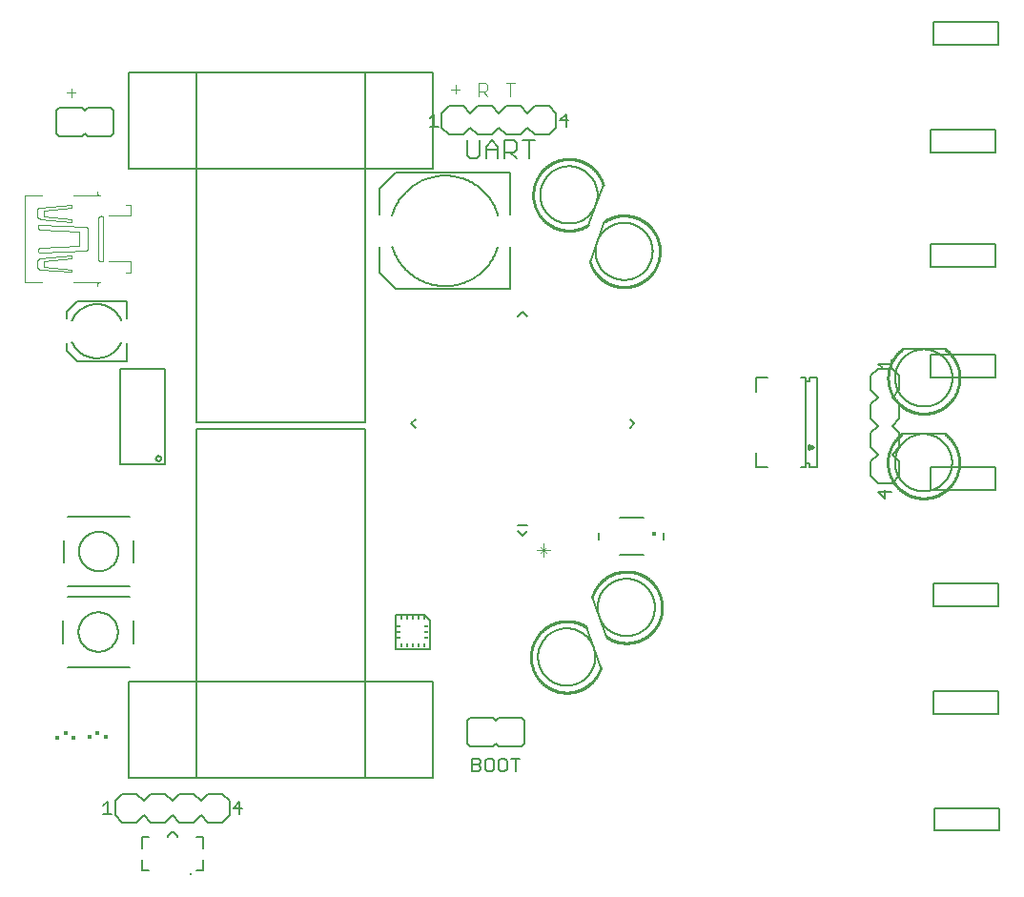
<source format=gbr>
G04 EAGLE Gerber RS-274X export*
G75*
%MOMM*%
%FSLAX34Y34*%
%LPD*%
%INSilkscreen Top*%
%IPPOS*%
%AMOC8*
5,1,8,0,0,1.08239X$1,22.5*%
G01*
%ADD10C,0.152400*%
%ADD11C,0.101600*%
%ADD12R,0.325000X0.425000*%
%ADD13R,0.350000X0.350000*%
%ADD14C,0.203200*%
%ADD15C,0.127000*%
%ADD16C,0.364000*%
%ADD17C,0.254000*%
%ADD18R,0.250000X0.350000*%
%ADD19R,0.350000X0.250000*%
%ADD20C,0.282838*%
%ADD21C,0.177800*%
%ADD22C,0.076200*%

G36*
X693461Y404494D02*
X693461Y404494D01*
X693469Y404494D01*
X693520Y404509D01*
X693727Y404563D01*
X693760Y404583D01*
X693790Y404592D01*
X697790Y406592D01*
X697872Y406649D01*
X697959Y406698D01*
X697989Y406729D01*
X698024Y406753D01*
X698087Y406831D01*
X698157Y406902D01*
X698177Y406940D01*
X698204Y406973D01*
X698243Y407065D01*
X698290Y407153D01*
X698299Y407195D01*
X698316Y407235D01*
X698328Y407334D01*
X698349Y407431D01*
X698346Y407474D01*
X698351Y407517D01*
X698336Y407615D01*
X698328Y407715D01*
X698313Y407755D01*
X698307Y407798D01*
X698264Y407888D01*
X698230Y407981D01*
X698204Y408016D01*
X698186Y408055D01*
X698120Y408130D01*
X698061Y408210D01*
X698030Y408233D01*
X697999Y408269D01*
X697866Y408354D01*
X697859Y408361D01*
X697845Y408368D01*
X697790Y408408D01*
X693790Y410408D01*
X693782Y410411D01*
X693775Y410416D01*
X693647Y410456D01*
X693520Y410498D01*
X693512Y410499D01*
X693504Y410501D01*
X693369Y410505D01*
X693236Y410510D01*
X693228Y410508D01*
X693220Y410509D01*
X693090Y410475D01*
X692960Y410443D01*
X692953Y410439D01*
X692945Y410437D01*
X692830Y410369D01*
X692713Y410302D01*
X692708Y410296D01*
X692700Y410292D01*
X692608Y410194D01*
X692516Y410098D01*
X692512Y410090D01*
X692506Y410084D01*
X692445Y409965D01*
X692382Y409847D01*
X692380Y409839D01*
X692376Y409831D01*
X692368Y409779D01*
X692323Y409569D01*
X692326Y409531D01*
X692321Y409500D01*
X692321Y405500D01*
X692322Y405492D01*
X692321Y405483D01*
X692342Y405351D01*
X692361Y405219D01*
X692364Y405211D01*
X692365Y405202D01*
X692422Y405081D01*
X692477Y404959D01*
X692482Y404953D01*
X692486Y404945D01*
X692574Y404844D01*
X692661Y404742D01*
X692668Y404737D01*
X692673Y404731D01*
X692786Y404659D01*
X692897Y404585D01*
X692905Y404582D01*
X692912Y404577D01*
X693041Y404539D01*
X693168Y404499D01*
X693177Y404499D01*
X693185Y404496D01*
X693319Y404495D01*
X693452Y404491D01*
X693461Y404494D01*
G37*
D10*
X389890Y680480D02*
X389890Y666922D01*
X392602Y664210D01*
X398025Y664210D01*
X400737Y666922D01*
X400737Y680480D01*
X406262Y675057D02*
X406262Y664210D01*
X406262Y675057D02*
X411685Y680480D01*
X417108Y675057D01*
X417108Y664210D01*
X417108Y672345D02*
X406262Y672345D01*
X422633Y664210D02*
X422633Y680480D01*
X430768Y680480D01*
X433480Y677768D01*
X433480Y672345D01*
X430768Y669633D01*
X422633Y669633D01*
X428056Y669633D02*
X433480Y664210D01*
X444428Y664210D02*
X444428Y680480D01*
X439005Y680480D02*
X449851Y680480D01*
D11*
X383208Y725683D02*
X375412Y725683D01*
X379310Y729581D02*
X379310Y721785D01*
X399796Y719836D02*
X399796Y731530D01*
X405643Y731530D01*
X407592Y729581D01*
X407592Y725683D01*
X405643Y723734D01*
X399796Y723734D01*
X403694Y723734D02*
X407592Y719836D01*
X428078Y719836D02*
X428078Y731530D01*
X424180Y731530D02*
X431976Y731530D01*
X41832Y722635D02*
X34036Y722635D01*
X37934Y726533D02*
X37934Y718737D01*
D10*
X50236Y686276D02*
X47696Y683736D01*
X50236Y686276D02*
X52776Y683736D01*
X50236Y706596D02*
X47696Y709136D01*
X50236Y706596D02*
X52776Y709136D01*
X73096Y709136D01*
X75636Y706596D01*
X27376Y709136D02*
X24836Y706596D01*
X27376Y709136D02*
X47696Y709136D01*
X24836Y706596D02*
X24836Y686276D01*
X27376Y683736D01*
X47696Y683736D01*
X52776Y683736D02*
X73096Y683736D01*
X75636Y686276D01*
X75636Y706596D01*
D12*
X68395Y150171D03*
X54645Y150171D03*
D13*
X61520Y154046D03*
D12*
X39679Y149915D03*
X25929Y149915D03*
D13*
X32804Y153790D03*
D14*
X34548Y274764D02*
X89548Y274764D01*
X93048Y253764D02*
X93048Y233764D01*
X89548Y212764D02*
X34548Y212764D01*
X31048Y233764D02*
X31048Y253764D01*
X44548Y243764D02*
X44553Y244193D01*
X44569Y244623D01*
X44595Y245051D01*
X44632Y245479D01*
X44680Y245906D01*
X44737Y246332D01*
X44806Y246756D01*
X44884Y247178D01*
X44973Y247598D01*
X45072Y248016D01*
X45182Y248431D01*
X45302Y248844D01*
X45431Y249253D01*
X45571Y249660D01*
X45721Y250062D01*
X45880Y250461D01*
X46049Y250856D01*
X46228Y251246D01*
X46417Y251632D01*
X46614Y252013D01*
X46821Y252390D01*
X47038Y252761D01*
X47263Y253126D01*
X47497Y253486D01*
X47740Y253841D01*
X47992Y254189D01*
X48252Y254531D01*
X48520Y254866D01*
X48797Y255195D01*
X49081Y255516D01*
X49374Y255831D01*
X49674Y256138D01*
X49981Y256438D01*
X50296Y256731D01*
X50617Y257015D01*
X50946Y257292D01*
X51281Y257560D01*
X51623Y257820D01*
X51971Y258072D01*
X52326Y258315D01*
X52686Y258549D01*
X53051Y258774D01*
X53422Y258991D01*
X53799Y259198D01*
X54180Y259395D01*
X54566Y259584D01*
X54956Y259763D01*
X55351Y259932D01*
X55750Y260091D01*
X56152Y260241D01*
X56559Y260381D01*
X56968Y260510D01*
X57381Y260630D01*
X57796Y260740D01*
X58214Y260839D01*
X58634Y260928D01*
X59056Y261006D01*
X59480Y261075D01*
X59906Y261132D01*
X60333Y261180D01*
X60761Y261217D01*
X61189Y261243D01*
X61619Y261259D01*
X62048Y261264D01*
X62477Y261259D01*
X62907Y261243D01*
X63335Y261217D01*
X63763Y261180D01*
X64190Y261132D01*
X64616Y261075D01*
X65040Y261006D01*
X65462Y260928D01*
X65882Y260839D01*
X66300Y260740D01*
X66715Y260630D01*
X67128Y260510D01*
X67537Y260381D01*
X67944Y260241D01*
X68346Y260091D01*
X68745Y259932D01*
X69140Y259763D01*
X69530Y259584D01*
X69916Y259395D01*
X70297Y259198D01*
X70674Y258991D01*
X71045Y258774D01*
X71410Y258549D01*
X71770Y258315D01*
X72125Y258072D01*
X72473Y257820D01*
X72815Y257560D01*
X73150Y257292D01*
X73479Y257015D01*
X73800Y256731D01*
X74115Y256438D01*
X74422Y256138D01*
X74722Y255831D01*
X75015Y255516D01*
X75299Y255195D01*
X75576Y254866D01*
X75844Y254531D01*
X76104Y254189D01*
X76356Y253841D01*
X76599Y253486D01*
X76833Y253126D01*
X77058Y252761D01*
X77275Y252390D01*
X77482Y252013D01*
X77679Y251632D01*
X77868Y251246D01*
X78047Y250856D01*
X78216Y250461D01*
X78375Y250062D01*
X78525Y249660D01*
X78665Y249253D01*
X78794Y248844D01*
X78914Y248431D01*
X79024Y248016D01*
X79123Y247598D01*
X79212Y247178D01*
X79290Y246756D01*
X79359Y246332D01*
X79416Y245906D01*
X79464Y245479D01*
X79501Y245051D01*
X79527Y244623D01*
X79543Y244193D01*
X79548Y243764D01*
X79543Y243335D01*
X79527Y242905D01*
X79501Y242477D01*
X79464Y242049D01*
X79416Y241622D01*
X79359Y241196D01*
X79290Y240772D01*
X79212Y240350D01*
X79123Y239930D01*
X79024Y239512D01*
X78914Y239097D01*
X78794Y238684D01*
X78665Y238275D01*
X78525Y237868D01*
X78375Y237466D01*
X78216Y237067D01*
X78047Y236672D01*
X77868Y236282D01*
X77679Y235896D01*
X77482Y235515D01*
X77275Y235138D01*
X77058Y234767D01*
X76833Y234402D01*
X76599Y234042D01*
X76356Y233687D01*
X76104Y233339D01*
X75844Y232997D01*
X75576Y232662D01*
X75299Y232333D01*
X75015Y232012D01*
X74722Y231697D01*
X74422Y231390D01*
X74115Y231090D01*
X73800Y230797D01*
X73479Y230513D01*
X73150Y230236D01*
X72815Y229968D01*
X72473Y229708D01*
X72125Y229456D01*
X71770Y229213D01*
X71410Y228979D01*
X71045Y228754D01*
X70674Y228537D01*
X70297Y228330D01*
X69916Y228133D01*
X69530Y227944D01*
X69140Y227765D01*
X68745Y227596D01*
X68346Y227437D01*
X67944Y227287D01*
X67537Y227147D01*
X67128Y227018D01*
X66715Y226898D01*
X66300Y226788D01*
X65882Y226689D01*
X65462Y226600D01*
X65040Y226522D01*
X64616Y226453D01*
X64190Y226396D01*
X63763Y226348D01*
X63335Y226311D01*
X62907Y226285D01*
X62477Y226269D01*
X62048Y226264D01*
X61619Y226269D01*
X61189Y226285D01*
X60761Y226311D01*
X60333Y226348D01*
X59906Y226396D01*
X59480Y226453D01*
X59056Y226522D01*
X58634Y226600D01*
X58214Y226689D01*
X57796Y226788D01*
X57381Y226898D01*
X56968Y227018D01*
X56559Y227147D01*
X56152Y227287D01*
X55750Y227437D01*
X55351Y227596D01*
X54956Y227765D01*
X54566Y227944D01*
X54180Y228133D01*
X53799Y228330D01*
X53422Y228537D01*
X53051Y228754D01*
X52686Y228979D01*
X52326Y229213D01*
X51971Y229456D01*
X51623Y229708D01*
X51281Y229968D01*
X50946Y230236D01*
X50617Y230513D01*
X50296Y230797D01*
X49981Y231090D01*
X49674Y231390D01*
X49374Y231697D01*
X49081Y232012D01*
X48797Y232333D01*
X48520Y232662D01*
X48252Y232997D01*
X47992Y233339D01*
X47740Y233687D01*
X47497Y234042D01*
X47263Y234402D01*
X47038Y234767D01*
X46821Y235138D01*
X46614Y235515D01*
X46417Y235896D01*
X46228Y236282D01*
X46049Y236672D01*
X45880Y237067D01*
X45721Y237466D01*
X45571Y237868D01*
X45431Y238275D01*
X45302Y238684D01*
X45182Y239097D01*
X45072Y239512D01*
X44973Y239930D01*
X44884Y240350D01*
X44806Y240772D01*
X44737Y241196D01*
X44680Y241622D01*
X44632Y242049D01*
X44595Y242477D01*
X44569Y242905D01*
X44553Y243335D01*
X44548Y243764D01*
X34972Y346308D02*
X89972Y346308D01*
X93472Y325308D02*
X93472Y305308D01*
X89972Y284308D02*
X34972Y284308D01*
X31472Y305308D02*
X31472Y325308D01*
X44972Y315308D02*
X44977Y315737D01*
X44993Y316167D01*
X45019Y316595D01*
X45056Y317023D01*
X45104Y317450D01*
X45161Y317876D01*
X45230Y318300D01*
X45308Y318722D01*
X45397Y319142D01*
X45496Y319560D01*
X45606Y319975D01*
X45726Y320388D01*
X45855Y320797D01*
X45995Y321204D01*
X46145Y321606D01*
X46304Y322005D01*
X46473Y322400D01*
X46652Y322790D01*
X46841Y323176D01*
X47038Y323557D01*
X47245Y323934D01*
X47462Y324305D01*
X47687Y324670D01*
X47921Y325030D01*
X48164Y325385D01*
X48416Y325733D01*
X48676Y326075D01*
X48944Y326410D01*
X49221Y326739D01*
X49505Y327060D01*
X49798Y327375D01*
X50098Y327682D01*
X50405Y327982D01*
X50720Y328275D01*
X51041Y328559D01*
X51370Y328836D01*
X51705Y329104D01*
X52047Y329364D01*
X52395Y329616D01*
X52750Y329859D01*
X53110Y330093D01*
X53475Y330318D01*
X53846Y330535D01*
X54223Y330742D01*
X54604Y330939D01*
X54990Y331128D01*
X55380Y331307D01*
X55775Y331476D01*
X56174Y331635D01*
X56576Y331785D01*
X56983Y331925D01*
X57392Y332054D01*
X57805Y332174D01*
X58220Y332284D01*
X58638Y332383D01*
X59058Y332472D01*
X59480Y332550D01*
X59904Y332619D01*
X60330Y332676D01*
X60757Y332724D01*
X61185Y332761D01*
X61613Y332787D01*
X62043Y332803D01*
X62472Y332808D01*
X62901Y332803D01*
X63331Y332787D01*
X63759Y332761D01*
X64187Y332724D01*
X64614Y332676D01*
X65040Y332619D01*
X65464Y332550D01*
X65886Y332472D01*
X66306Y332383D01*
X66724Y332284D01*
X67139Y332174D01*
X67552Y332054D01*
X67961Y331925D01*
X68368Y331785D01*
X68770Y331635D01*
X69169Y331476D01*
X69564Y331307D01*
X69954Y331128D01*
X70340Y330939D01*
X70721Y330742D01*
X71098Y330535D01*
X71469Y330318D01*
X71834Y330093D01*
X72194Y329859D01*
X72549Y329616D01*
X72897Y329364D01*
X73239Y329104D01*
X73574Y328836D01*
X73903Y328559D01*
X74224Y328275D01*
X74539Y327982D01*
X74846Y327682D01*
X75146Y327375D01*
X75439Y327060D01*
X75723Y326739D01*
X76000Y326410D01*
X76268Y326075D01*
X76528Y325733D01*
X76780Y325385D01*
X77023Y325030D01*
X77257Y324670D01*
X77482Y324305D01*
X77699Y323934D01*
X77906Y323557D01*
X78103Y323176D01*
X78292Y322790D01*
X78471Y322400D01*
X78640Y322005D01*
X78799Y321606D01*
X78949Y321204D01*
X79089Y320797D01*
X79218Y320388D01*
X79338Y319975D01*
X79448Y319560D01*
X79547Y319142D01*
X79636Y318722D01*
X79714Y318300D01*
X79783Y317876D01*
X79840Y317450D01*
X79888Y317023D01*
X79925Y316595D01*
X79951Y316167D01*
X79967Y315737D01*
X79972Y315308D01*
X79967Y314879D01*
X79951Y314449D01*
X79925Y314021D01*
X79888Y313593D01*
X79840Y313166D01*
X79783Y312740D01*
X79714Y312316D01*
X79636Y311894D01*
X79547Y311474D01*
X79448Y311056D01*
X79338Y310641D01*
X79218Y310228D01*
X79089Y309819D01*
X78949Y309412D01*
X78799Y309010D01*
X78640Y308611D01*
X78471Y308216D01*
X78292Y307826D01*
X78103Y307440D01*
X77906Y307059D01*
X77699Y306682D01*
X77482Y306311D01*
X77257Y305946D01*
X77023Y305586D01*
X76780Y305231D01*
X76528Y304883D01*
X76268Y304541D01*
X76000Y304206D01*
X75723Y303877D01*
X75439Y303556D01*
X75146Y303241D01*
X74846Y302934D01*
X74539Y302634D01*
X74224Y302341D01*
X73903Y302057D01*
X73574Y301780D01*
X73239Y301512D01*
X72897Y301252D01*
X72549Y301000D01*
X72194Y300757D01*
X71834Y300523D01*
X71469Y300298D01*
X71098Y300081D01*
X70721Y299874D01*
X70340Y299677D01*
X69954Y299488D01*
X69564Y299309D01*
X69169Y299140D01*
X68770Y298981D01*
X68368Y298831D01*
X67961Y298691D01*
X67552Y298562D01*
X67139Y298442D01*
X66724Y298332D01*
X66306Y298233D01*
X65886Y298144D01*
X65464Y298066D01*
X65040Y297997D01*
X64614Y297940D01*
X64187Y297892D01*
X63759Y297855D01*
X63331Y297829D01*
X62901Y297813D01*
X62472Y297808D01*
X62043Y297813D01*
X61613Y297829D01*
X61185Y297855D01*
X60757Y297892D01*
X60330Y297940D01*
X59904Y297997D01*
X59480Y298066D01*
X59058Y298144D01*
X58638Y298233D01*
X58220Y298332D01*
X57805Y298442D01*
X57392Y298562D01*
X56983Y298691D01*
X56576Y298831D01*
X56174Y298981D01*
X55775Y299140D01*
X55380Y299309D01*
X54990Y299488D01*
X54604Y299677D01*
X54223Y299874D01*
X53846Y300081D01*
X53475Y300298D01*
X53110Y300523D01*
X52750Y300757D01*
X52395Y301000D01*
X52047Y301252D01*
X51705Y301512D01*
X51370Y301780D01*
X51041Y302057D01*
X50720Y302341D01*
X50405Y302634D01*
X50098Y302934D01*
X49798Y303241D01*
X49505Y303556D01*
X49221Y303877D01*
X48944Y304206D01*
X48676Y304541D01*
X48416Y304883D01*
X48164Y305231D01*
X47921Y305586D01*
X47687Y305946D01*
X47462Y306311D01*
X47245Y306682D01*
X47038Y307059D01*
X46841Y307440D01*
X46652Y307826D01*
X46473Y308216D01*
X46304Y308611D01*
X46145Y309010D01*
X45995Y309412D01*
X45855Y309819D01*
X45726Y310228D01*
X45606Y310641D01*
X45496Y311056D01*
X45397Y311474D01*
X45308Y311894D01*
X45230Y312316D01*
X45161Y312740D01*
X45104Y313166D01*
X45056Y313593D01*
X45019Y314021D01*
X44993Y314449D01*
X44977Y314879D01*
X44972Y315308D01*
D15*
X81622Y392486D02*
X81622Y476986D01*
X120922Y476986D01*
X120922Y392486D01*
X81622Y392486D01*
X113224Y397906D02*
X113226Y398001D01*
X113232Y398096D01*
X113242Y398191D01*
X113256Y398285D01*
X113274Y398378D01*
X113295Y398471D01*
X113321Y398563D01*
X113350Y398653D01*
X113384Y398742D01*
X113420Y398830D01*
X113461Y398916D01*
X113505Y399001D01*
X113553Y399083D01*
X113604Y399163D01*
X113658Y399241D01*
X113715Y399317D01*
X113776Y399391D01*
X113840Y399461D01*
X113906Y399529D01*
X113976Y399594D01*
X114048Y399657D01*
X114122Y399716D01*
X114199Y399772D01*
X114279Y399824D01*
X114360Y399874D01*
X114443Y399919D01*
X114529Y399962D01*
X114616Y400000D01*
X114704Y400036D01*
X114794Y400067D01*
X114885Y400094D01*
X114977Y400118D01*
X115070Y400138D01*
X115164Y400154D01*
X115259Y400166D01*
X115353Y400174D01*
X115448Y400178D01*
X115544Y400178D01*
X115639Y400174D01*
X115733Y400166D01*
X115828Y400154D01*
X115922Y400138D01*
X116015Y400118D01*
X116107Y400094D01*
X116198Y400067D01*
X116288Y400036D01*
X116376Y400000D01*
X116463Y399962D01*
X116549Y399919D01*
X116632Y399874D01*
X116713Y399824D01*
X116793Y399772D01*
X116870Y399716D01*
X116944Y399657D01*
X117016Y399594D01*
X117086Y399529D01*
X117152Y399461D01*
X117216Y399391D01*
X117277Y399317D01*
X117334Y399241D01*
X117388Y399163D01*
X117439Y399083D01*
X117487Y399001D01*
X117531Y398916D01*
X117572Y398830D01*
X117608Y398742D01*
X117642Y398653D01*
X117671Y398563D01*
X117697Y398471D01*
X117718Y398378D01*
X117736Y398285D01*
X117750Y398191D01*
X117760Y398096D01*
X117766Y398001D01*
X117768Y397906D01*
X117766Y397811D01*
X117760Y397716D01*
X117750Y397621D01*
X117736Y397527D01*
X117718Y397434D01*
X117697Y397341D01*
X117671Y397249D01*
X117642Y397159D01*
X117608Y397070D01*
X117572Y396982D01*
X117531Y396896D01*
X117487Y396811D01*
X117439Y396729D01*
X117388Y396649D01*
X117334Y396571D01*
X117277Y396495D01*
X117216Y396421D01*
X117152Y396351D01*
X117086Y396283D01*
X117016Y396218D01*
X116944Y396155D01*
X116870Y396096D01*
X116793Y396040D01*
X116713Y395988D01*
X116632Y395938D01*
X116549Y395893D01*
X116463Y395850D01*
X116376Y395812D01*
X116288Y395776D01*
X116198Y395745D01*
X116107Y395718D01*
X116015Y395694D01*
X115922Y395674D01*
X115828Y395658D01*
X115733Y395646D01*
X115639Y395638D01*
X115544Y395634D01*
X115448Y395634D01*
X115353Y395638D01*
X115259Y395646D01*
X115164Y395658D01*
X115070Y395674D01*
X114977Y395694D01*
X114885Y395718D01*
X114794Y395745D01*
X114704Y395776D01*
X114616Y395812D01*
X114529Y395850D01*
X114443Y395893D01*
X114360Y395938D01*
X114279Y395988D01*
X114199Y396040D01*
X114122Y396096D01*
X114048Y396155D01*
X113976Y396218D01*
X113906Y396283D01*
X113840Y396351D01*
X113776Y396421D01*
X113715Y396495D01*
X113658Y396571D01*
X113604Y396649D01*
X113553Y396729D01*
X113505Y396811D01*
X113461Y396896D01*
X113420Y396982D01*
X113384Y397070D01*
X113350Y397159D01*
X113321Y397249D01*
X113295Y397341D01*
X113274Y397434D01*
X113256Y397527D01*
X113242Y397621D01*
X113232Y397716D01*
X113226Y397811D01*
X113224Y397906D01*
D14*
X524940Y312176D02*
X545940Y312176D01*
X506440Y325676D02*
X506440Y331676D01*
X524940Y345176D02*
X545940Y345176D01*
X564440Y331676D02*
X564440Y325676D01*
D16*
X555940Y330676D03*
D14*
X87132Y537436D02*
X43132Y537436D01*
X87132Y537436D02*
X87132Y521936D01*
X87132Y499936D02*
X87132Y484436D01*
X43132Y484436D01*
X34132Y493436D02*
X34132Y499936D01*
X34132Y521936D02*
X34132Y528436D01*
X43132Y537436D01*
X34132Y493436D02*
X43132Y484436D01*
X38632Y520436D02*
X38871Y520972D01*
X39123Y521502D01*
X39388Y522025D01*
X39666Y522542D01*
X39957Y523052D01*
X40259Y523555D01*
X40574Y524050D01*
X40902Y524537D01*
X41241Y525016D01*
X41591Y525486D01*
X41953Y525948D01*
X42326Y526401D01*
X42710Y526845D01*
X43105Y527279D01*
X43511Y527703D01*
X43926Y528117D01*
X44352Y528521D01*
X44788Y528915D01*
X45233Y529297D01*
X45687Y529669D01*
X46150Y530029D01*
X46622Y530378D01*
X47102Y530715D01*
X47590Y531040D01*
X48086Y531354D01*
X48590Y531655D01*
X49101Y531943D01*
X49619Y532219D01*
X50143Y532483D01*
X50674Y532733D01*
X51211Y532970D01*
X51753Y533194D01*
X52301Y533405D01*
X52853Y533602D01*
X53411Y533786D01*
X53972Y533956D01*
X54538Y534112D01*
X55107Y534254D01*
X55680Y534383D01*
X56256Y534497D01*
X56834Y534597D01*
X57414Y534683D01*
X57997Y534755D01*
X58581Y534812D01*
X59166Y534855D01*
X59752Y534884D01*
X60339Y534898D01*
X60925Y534898D01*
X61512Y534884D01*
X62098Y534855D01*
X62683Y534812D01*
X63267Y534755D01*
X63850Y534683D01*
X64430Y534597D01*
X65008Y534497D01*
X65584Y534383D01*
X66157Y534254D01*
X66726Y534112D01*
X67292Y533956D01*
X67853Y533786D01*
X68411Y533602D01*
X68963Y533405D01*
X69511Y533194D01*
X70053Y532970D01*
X70590Y532733D01*
X71121Y532483D01*
X71645Y532219D01*
X72163Y531943D01*
X72674Y531655D01*
X73178Y531354D01*
X73674Y531040D01*
X74162Y530715D01*
X74642Y530378D01*
X75114Y530029D01*
X75577Y529669D01*
X76031Y529297D01*
X76476Y528915D01*
X76912Y528521D01*
X77338Y528117D01*
X77753Y527703D01*
X78159Y527279D01*
X78554Y526845D01*
X78938Y526401D01*
X79311Y525948D01*
X79673Y525486D01*
X80023Y525016D01*
X80362Y524537D01*
X80690Y524050D01*
X81005Y523555D01*
X81307Y523052D01*
X81598Y522542D01*
X81876Y522025D01*
X82141Y521502D01*
X82393Y520972D01*
X82632Y520436D01*
X82632Y501436D02*
X82393Y500900D01*
X82141Y500370D01*
X81876Y499847D01*
X81598Y499330D01*
X81307Y498820D01*
X81005Y498317D01*
X80690Y497822D01*
X80362Y497335D01*
X80023Y496856D01*
X79673Y496386D01*
X79311Y495924D01*
X78938Y495471D01*
X78554Y495027D01*
X78159Y494593D01*
X77753Y494169D01*
X77338Y493755D01*
X76912Y493351D01*
X76476Y492957D01*
X76031Y492575D01*
X75577Y492203D01*
X75114Y491843D01*
X74642Y491494D01*
X74162Y491157D01*
X73674Y490832D01*
X73178Y490518D01*
X72674Y490217D01*
X72163Y489929D01*
X71645Y489653D01*
X71121Y489389D01*
X70590Y489139D01*
X70053Y488902D01*
X69511Y488678D01*
X68963Y488467D01*
X68411Y488270D01*
X67853Y488086D01*
X67292Y487916D01*
X66726Y487760D01*
X66157Y487618D01*
X65584Y487489D01*
X65008Y487375D01*
X64430Y487275D01*
X63850Y487189D01*
X63267Y487117D01*
X62683Y487060D01*
X62098Y487017D01*
X61512Y486988D01*
X60925Y486974D01*
X60339Y486974D01*
X59752Y486988D01*
X59166Y487017D01*
X58581Y487060D01*
X57997Y487117D01*
X57414Y487189D01*
X56834Y487275D01*
X56256Y487375D01*
X55680Y487489D01*
X55107Y487618D01*
X54538Y487760D01*
X53972Y487916D01*
X53411Y488086D01*
X52853Y488270D01*
X52301Y488467D01*
X51753Y488678D01*
X51211Y488902D01*
X50674Y489139D01*
X50143Y489389D01*
X49619Y489653D01*
X49101Y489929D01*
X48590Y490217D01*
X48086Y490518D01*
X47590Y490832D01*
X47102Y491157D01*
X46622Y491494D01*
X46150Y491843D01*
X45687Y492203D01*
X45233Y492575D01*
X44788Y492957D01*
X44352Y493351D01*
X43926Y493755D01*
X43511Y494169D01*
X43105Y494593D01*
X42710Y495027D01*
X42326Y495471D01*
X41953Y495924D01*
X41591Y496386D01*
X41241Y496856D01*
X40902Y497335D01*
X40574Y497822D01*
X40259Y498317D01*
X39957Y498820D01*
X39666Y499330D01*
X39388Y499847D01*
X39123Y500370D01*
X38871Y500900D01*
X38632Y501436D01*
D11*
X40319Y631472D02*
X63410Y631472D01*
X63322Y631474D01*
X63234Y631479D01*
X63146Y631489D01*
X63059Y631502D01*
X62973Y631519D01*
X62887Y631539D01*
X62802Y631563D01*
X62718Y631591D01*
X62636Y631622D01*
X62555Y631656D01*
X62475Y631694D01*
X62398Y631736D01*
X62322Y631780D01*
X62247Y631828D01*
X62176Y631879D01*
X62106Y631933D01*
X62038Y631990D01*
X61974Y632049D01*
X61911Y632112D01*
X61852Y632176D01*
X61795Y632244D01*
X61741Y632314D01*
X61690Y632385D01*
X61642Y632460D01*
X61598Y632536D01*
X61556Y632613D01*
X61518Y632693D01*
X61484Y632774D01*
X61453Y632856D01*
X61425Y632940D01*
X61401Y633025D01*
X61381Y633111D01*
X61364Y633197D01*
X61351Y633284D01*
X61341Y633372D01*
X61336Y633460D01*
X61334Y633548D01*
X61334Y635106D01*
X-3038Y554642D02*
X-3038Y554641D01*
X-3038Y554642D02*
X-3038Y631472D01*
X10459Y620570D02*
X37973Y622647D01*
X10459Y620570D02*
X10352Y620559D01*
X10246Y620546D01*
X10141Y620528D01*
X10036Y620506D01*
X9932Y620481D01*
X9829Y620452D01*
X9727Y620419D01*
X9627Y620383D01*
X9528Y620342D01*
X9430Y620299D01*
X9334Y620252D01*
X9240Y620201D01*
X9147Y620147D01*
X9057Y620090D01*
X8969Y620029D01*
X8883Y619965D01*
X8800Y619898D01*
X8719Y619829D01*
X8640Y619756D01*
X8564Y619680D01*
X8491Y619602D01*
X8421Y619521D01*
X8354Y619438D01*
X8290Y619352D01*
X8229Y619265D01*
X8172Y619174D01*
X8117Y619082D01*
X8066Y618988D01*
X8019Y618892D01*
X7975Y618795D01*
X7934Y618696D01*
X7897Y618596D01*
X7864Y618494D01*
X7799Y618272D01*
X7739Y618048D01*
X7684Y617823D01*
X7635Y617596D01*
X7591Y617369D01*
X7552Y617140D01*
X7519Y616911D01*
X7492Y616680D01*
X7470Y616450D01*
X7453Y616218D01*
X7442Y615987D01*
X7437Y615755D01*
X7437Y615523D01*
X7442Y615291D01*
X7453Y615060D01*
X7470Y614828D01*
X7492Y614598D01*
X7519Y614367D01*
X7552Y614138D01*
X7591Y613909D01*
X7635Y613682D01*
X7684Y613455D01*
X7739Y613230D01*
X7799Y613006D01*
X7864Y612784D01*
X7864Y612783D02*
X7897Y612681D01*
X7934Y612581D01*
X7975Y612482D01*
X8019Y612385D01*
X8066Y612289D01*
X8117Y612195D01*
X8172Y612103D01*
X8229Y612012D01*
X8290Y611925D01*
X8354Y611839D01*
X8421Y611756D01*
X8491Y611675D01*
X8564Y611597D01*
X8640Y611521D01*
X8719Y611448D01*
X8800Y611379D01*
X8883Y611312D01*
X8969Y611248D01*
X9057Y611187D01*
X9147Y611130D01*
X9240Y611076D01*
X9334Y611025D01*
X9430Y610978D01*
X9528Y610935D01*
X9627Y610894D01*
X9727Y610858D01*
X9829Y610825D01*
X9932Y610796D01*
X10036Y610771D01*
X10141Y610749D01*
X10246Y610731D01*
X10352Y610718D01*
X10459Y610707D01*
X37973Y608111D01*
X37973Y610188D01*
X14093Y612783D01*
X14093Y617975D01*
X37973Y620570D01*
X37973Y622647D01*
X86771Y623166D02*
X90405Y623166D01*
X61853Y610707D02*
X61853Y575406D01*
X66525Y574887D02*
X66525Y611226D01*
X66523Y611314D01*
X66518Y611402D01*
X66508Y611490D01*
X66495Y611577D01*
X66479Y611663D01*
X66458Y611749D01*
X66434Y611834D01*
X66407Y611918D01*
X66376Y612000D01*
X66341Y612081D01*
X66303Y612161D01*
X66262Y612239D01*
X66217Y612315D01*
X66169Y612389D01*
X66118Y612461D01*
X66065Y612530D01*
X66008Y612598D01*
X65948Y612663D01*
X65886Y612725D01*
X65821Y612785D01*
X65753Y612842D01*
X65684Y612895D01*
X65612Y612946D01*
X65538Y612994D01*
X65462Y613039D01*
X65384Y613080D01*
X65304Y613118D01*
X65223Y613153D01*
X65141Y613184D01*
X65057Y613211D01*
X64972Y613235D01*
X64886Y613256D01*
X64800Y613272D01*
X64713Y613285D01*
X64625Y613295D01*
X64537Y613300D01*
X64449Y613302D01*
X64448Y613302D01*
X64349Y613300D01*
X64249Y613294D01*
X64150Y613285D01*
X64052Y613271D01*
X63954Y613254D01*
X63857Y613234D01*
X63760Y613209D01*
X63665Y613181D01*
X63571Y613149D01*
X63478Y613114D01*
X63387Y613075D01*
X63297Y613032D01*
X63209Y612986D01*
X63122Y612937D01*
X63038Y612885D01*
X62955Y612829D01*
X62875Y612770D01*
X62797Y612709D01*
X62722Y612644D01*
X62649Y612576D01*
X62579Y612506D01*
X62511Y612433D01*
X62446Y612358D01*
X62385Y612280D01*
X62326Y612200D01*
X62270Y612117D01*
X62218Y612033D01*
X62169Y611946D01*
X62123Y611858D01*
X62080Y611768D01*
X62041Y611677D01*
X62006Y611584D01*
X61974Y611490D01*
X61946Y611395D01*
X61921Y611298D01*
X61901Y611201D01*
X61884Y611103D01*
X61870Y611005D01*
X61861Y610906D01*
X61855Y610806D01*
X61853Y610707D01*
X71717Y572810D02*
X90405Y572810D01*
X50952Y603439D02*
X10460Y605515D01*
X50952Y603439D02*
X51044Y603432D01*
X51135Y603421D01*
X51226Y603407D01*
X51316Y603388D01*
X51405Y603366D01*
X51493Y603340D01*
X51580Y603311D01*
X51666Y603278D01*
X51750Y603241D01*
X51832Y603201D01*
X51913Y603158D01*
X51992Y603111D01*
X52069Y603061D01*
X52144Y603008D01*
X52217Y602951D01*
X52287Y602892D01*
X52354Y602830D01*
X52419Y602765D01*
X52482Y602697D01*
X52541Y602627D01*
X52597Y602554D01*
X52650Y602480D01*
X52700Y602402D01*
X52747Y602323D01*
X52791Y602243D01*
X52831Y602160D01*
X52867Y602076D01*
X52900Y601990D01*
X52930Y601903D01*
X52955Y601815D01*
X52977Y601725D01*
X52996Y601635D01*
X53010Y601545D01*
X53021Y601454D01*
X53028Y601362D01*
X10459Y605515D02*
X10371Y605513D01*
X10283Y605508D01*
X10195Y605498D01*
X10108Y605485D01*
X10022Y605468D01*
X9936Y605448D01*
X9851Y605424D01*
X9767Y605396D01*
X9685Y605365D01*
X9604Y605331D01*
X9524Y605293D01*
X9447Y605251D01*
X9371Y605207D01*
X9296Y605159D01*
X9225Y605108D01*
X9155Y605054D01*
X9087Y604997D01*
X9023Y604938D01*
X8960Y604875D01*
X8901Y604811D01*
X8844Y604743D01*
X8790Y604673D01*
X8739Y604602D01*
X8691Y604527D01*
X8647Y604451D01*
X8605Y604374D01*
X8567Y604294D01*
X8533Y604213D01*
X8502Y604131D01*
X8474Y604047D01*
X8450Y603962D01*
X8430Y603876D01*
X8413Y603790D01*
X8400Y603703D01*
X8390Y603615D01*
X8385Y603527D01*
X8383Y603439D01*
X8383Y603438D01*
X8385Y603350D01*
X8390Y603262D01*
X8400Y603174D01*
X8413Y603087D01*
X8430Y603001D01*
X8450Y602915D01*
X8474Y602830D01*
X8502Y602746D01*
X8533Y602664D01*
X8567Y602583D01*
X8605Y602503D01*
X8647Y602426D01*
X8691Y602350D01*
X8739Y602275D01*
X8790Y602204D01*
X8844Y602134D01*
X8901Y602066D01*
X8960Y602002D01*
X9023Y601939D01*
X9087Y601880D01*
X9155Y601823D01*
X9225Y601769D01*
X9296Y601718D01*
X9371Y601670D01*
X9447Y601626D01*
X9524Y601584D01*
X9604Y601546D01*
X9685Y601512D01*
X9767Y601481D01*
X9851Y601453D01*
X9936Y601429D01*
X10022Y601409D01*
X10108Y601392D01*
X10195Y601379D01*
X10283Y601369D01*
X10371Y601364D01*
X10459Y601362D01*
X44722Y599286D01*
X63410Y554642D02*
X63322Y554640D01*
X63234Y554635D01*
X63146Y554625D01*
X63059Y554612D01*
X62973Y554595D01*
X62887Y554575D01*
X62802Y554551D01*
X62718Y554523D01*
X62636Y554492D01*
X62555Y554458D01*
X62475Y554420D01*
X62398Y554378D01*
X62322Y554334D01*
X62247Y554286D01*
X62176Y554235D01*
X62106Y554181D01*
X62038Y554124D01*
X61974Y554065D01*
X61911Y554002D01*
X61852Y553938D01*
X61795Y553870D01*
X61741Y553800D01*
X61690Y553729D01*
X61642Y553654D01*
X61598Y553578D01*
X61556Y553501D01*
X61518Y553421D01*
X61484Y553340D01*
X61453Y553258D01*
X61425Y553174D01*
X61401Y553089D01*
X61381Y553003D01*
X61364Y552917D01*
X61351Y552830D01*
X61341Y552742D01*
X61336Y552654D01*
X61334Y552566D01*
X61334Y551008D01*
X37973Y563467D02*
X10459Y565544D01*
X10352Y565555D01*
X10246Y565568D01*
X10141Y565586D01*
X10036Y565608D01*
X9932Y565633D01*
X9829Y565662D01*
X9727Y565695D01*
X9627Y565731D01*
X9528Y565772D01*
X9430Y565815D01*
X9334Y565862D01*
X9240Y565913D01*
X9147Y565967D01*
X9057Y566024D01*
X8969Y566085D01*
X8883Y566149D01*
X8800Y566216D01*
X8719Y566285D01*
X8640Y566358D01*
X8564Y566434D01*
X8491Y566512D01*
X8421Y566593D01*
X8354Y566676D01*
X8290Y566762D01*
X8229Y566849D01*
X8172Y566940D01*
X8117Y567032D01*
X8066Y567126D01*
X8019Y567222D01*
X7975Y567319D01*
X7934Y567418D01*
X7897Y567518D01*
X7864Y567620D01*
X7864Y567621D02*
X7799Y567843D01*
X7739Y568067D01*
X7684Y568292D01*
X7635Y568519D01*
X7591Y568746D01*
X7552Y568975D01*
X7519Y569204D01*
X7492Y569435D01*
X7470Y569665D01*
X7453Y569897D01*
X7442Y570128D01*
X7437Y570360D01*
X7437Y570592D01*
X7442Y570824D01*
X7453Y571055D01*
X7470Y571287D01*
X7492Y571517D01*
X7519Y571748D01*
X7552Y571977D01*
X7591Y572206D01*
X7635Y572433D01*
X7684Y572660D01*
X7739Y572885D01*
X7799Y573109D01*
X7864Y573331D01*
X7897Y573433D01*
X7934Y573533D01*
X7975Y573632D01*
X8019Y573729D01*
X8066Y573825D01*
X8117Y573919D01*
X8172Y574011D01*
X8229Y574102D01*
X8290Y574189D01*
X8354Y574275D01*
X8421Y574358D01*
X8491Y574439D01*
X8564Y574517D01*
X8640Y574593D01*
X8719Y574666D01*
X8800Y574735D01*
X8883Y574802D01*
X8969Y574866D01*
X9057Y574927D01*
X9147Y574984D01*
X9240Y575038D01*
X9334Y575089D01*
X9430Y575136D01*
X9528Y575179D01*
X9627Y575220D01*
X9727Y575256D01*
X9829Y575289D01*
X9932Y575318D01*
X10036Y575343D01*
X10141Y575365D01*
X10246Y575383D01*
X10352Y575396D01*
X10459Y575407D01*
X37973Y578003D01*
X37973Y575926D01*
X14093Y573331D01*
X14093Y568139D01*
X37973Y565544D01*
X37973Y563467D01*
X86771Y562948D02*
X90405Y562948D01*
X66525Y574888D02*
X66523Y574800D01*
X66518Y574712D01*
X66508Y574624D01*
X66495Y574537D01*
X66479Y574451D01*
X66458Y574365D01*
X66434Y574280D01*
X66407Y574196D01*
X66376Y574114D01*
X66341Y574033D01*
X66303Y573953D01*
X66262Y573875D01*
X66217Y573799D01*
X66169Y573725D01*
X66118Y573653D01*
X66065Y573584D01*
X66008Y573516D01*
X65948Y573451D01*
X65886Y573389D01*
X65821Y573329D01*
X65753Y573272D01*
X65684Y573219D01*
X65612Y573168D01*
X65538Y573120D01*
X65462Y573075D01*
X65384Y573034D01*
X65304Y572996D01*
X65223Y572961D01*
X65141Y572930D01*
X65057Y572903D01*
X64972Y572879D01*
X64886Y572858D01*
X64800Y572842D01*
X64713Y572829D01*
X64625Y572819D01*
X64537Y572814D01*
X64449Y572812D01*
X64448Y572812D02*
X64349Y572814D01*
X64249Y572820D01*
X64151Y572829D01*
X64052Y572843D01*
X63954Y572860D01*
X63857Y572881D01*
X63761Y572905D01*
X63665Y572934D01*
X63571Y572965D01*
X63478Y573001D01*
X63387Y573040D01*
X63297Y573082D01*
X63209Y573128D01*
X63123Y573177D01*
X63038Y573230D01*
X62956Y573285D01*
X62876Y573344D01*
X62798Y573406D01*
X62722Y573471D01*
X62649Y573538D01*
X62579Y573608D01*
X62512Y573681D01*
X62447Y573757D01*
X62385Y573835D01*
X62326Y573915D01*
X62271Y573997D01*
X62218Y574082D01*
X62169Y574168D01*
X62123Y574256D01*
X62081Y574346D01*
X62042Y574437D01*
X62006Y574530D01*
X61975Y574624D01*
X61946Y574720D01*
X61922Y574816D01*
X61901Y574913D01*
X61884Y575011D01*
X61870Y575110D01*
X61861Y575208D01*
X61855Y575308D01*
X61853Y575407D01*
X71717Y613304D02*
X90405Y613304D01*
X50952Y582675D02*
X10460Y580599D01*
X50952Y582675D02*
X51044Y582682D01*
X51135Y582693D01*
X51225Y582708D01*
X51315Y582726D01*
X51405Y582748D01*
X51493Y582774D01*
X51580Y582803D01*
X51665Y582836D01*
X51750Y582873D01*
X51832Y582913D01*
X51913Y582957D01*
X51992Y583003D01*
X52069Y583053D01*
X52144Y583107D01*
X52217Y583163D01*
X52287Y583222D01*
X52354Y583285D01*
X52419Y583350D01*
X52481Y583417D01*
X52541Y583487D01*
X52597Y583560D01*
X52650Y583635D01*
X52700Y583712D01*
X52747Y583791D01*
X52790Y583872D01*
X52830Y583954D01*
X52867Y584039D01*
X52900Y584124D01*
X52929Y584211D01*
X52955Y584299D01*
X52977Y584389D01*
X52996Y584479D01*
X53010Y584569D01*
X53021Y584660D01*
X53028Y584752D01*
X53028Y601363D01*
X10459Y580599D02*
X10371Y580601D01*
X10283Y580606D01*
X10195Y580616D01*
X10108Y580629D01*
X10022Y580646D01*
X9936Y580666D01*
X9851Y580690D01*
X9767Y580718D01*
X9685Y580749D01*
X9604Y580783D01*
X9524Y580821D01*
X9447Y580863D01*
X9371Y580907D01*
X9296Y580955D01*
X9225Y581006D01*
X9155Y581060D01*
X9087Y581117D01*
X9023Y581176D01*
X8960Y581239D01*
X8901Y581303D01*
X8844Y581371D01*
X8790Y581441D01*
X8739Y581512D01*
X8691Y581587D01*
X8647Y581663D01*
X8605Y581740D01*
X8567Y581820D01*
X8533Y581901D01*
X8502Y581983D01*
X8474Y582067D01*
X8450Y582152D01*
X8430Y582238D01*
X8413Y582324D01*
X8400Y582411D01*
X8390Y582499D01*
X8385Y582587D01*
X8383Y582675D01*
X8383Y582676D02*
X8385Y582764D01*
X8390Y582852D01*
X8400Y582940D01*
X8413Y583027D01*
X8430Y583113D01*
X8450Y583199D01*
X8474Y583284D01*
X8502Y583368D01*
X8533Y583450D01*
X8567Y583531D01*
X8605Y583611D01*
X8647Y583688D01*
X8691Y583764D01*
X8739Y583839D01*
X8790Y583910D01*
X8844Y583980D01*
X8901Y584048D01*
X8960Y584112D01*
X9023Y584175D01*
X9087Y584234D01*
X9155Y584291D01*
X9225Y584345D01*
X9296Y584396D01*
X9371Y584444D01*
X9447Y584488D01*
X9524Y584530D01*
X9604Y584568D01*
X9685Y584602D01*
X9767Y584633D01*
X9851Y584661D01*
X9936Y584685D01*
X10022Y584705D01*
X10108Y584722D01*
X10195Y584735D01*
X10283Y584745D01*
X10371Y584750D01*
X10459Y584752D01*
X44722Y586828D01*
X44722Y599288D01*
X40318Y554642D02*
X63411Y554641D01*
X11998Y554642D02*
X-3038Y554642D01*
X-3038Y631472D02*
X11997Y631471D01*
X90925Y572811D02*
X90925Y562947D01*
X90926Y613302D02*
X90926Y623166D01*
D10*
X414648Y144592D02*
X412108Y142052D01*
X414648Y144592D02*
X417188Y142052D01*
X414648Y164912D02*
X412108Y167452D01*
X414648Y164912D02*
X417188Y167452D01*
X437508Y167452D01*
X440048Y164912D01*
X391788Y167452D02*
X389248Y164912D01*
X391788Y167452D02*
X412108Y167452D01*
X389248Y164912D02*
X389248Y144592D01*
X391788Y142052D01*
X412108Y142052D01*
X417188Y142052D02*
X437508Y142052D01*
X440048Y144592D01*
X440048Y164912D01*
D15*
X393907Y131521D02*
X393907Y120081D01*
X393907Y131521D02*
X399627Y131521D01*
X401534Y129614D01*
X401534Y127708D01*
X399627Y125801D01*
X401534Y123894D01*
X401534Y121988D01*
X399627Y120081D01*
X393907Y120081D01*
X393907Y125801D02*
X399627Y125801D01*
X407508Y131521D02*
X411321Y131521D01*
X407508Y131521D02*
X405601Y129614D01*
X405601Y121988D01*
X407508Y120081D01*
X411321Y120081D01*
X413228Y121988D01*
X413228Y129614D01*
X411321Y131521D01*
X419202Y131521D02*
X423015Y131521D01*
X419202Y131521D02*
X417295Y129614D01*
X417295Y121988D01*
X419202Y120081D01*
X423015Y120081D01*
X424921Y121988D01*
X424921Y129614D01*
X423015Y131521D01*
X432802Y131521D02*
X432802Y120081D01*
X428989Y131521D02*
X436615Y131521D01*
X804228Y67312D02*
X861728Y67312D01*
X861728Y87312D01*
X804228Y87312D01*
X804228Y67312D01*
X803428Y171136D02*
X860928Y171136D01*
X860928Y191136D01*
X803428Y191136D01*
X803428Y171136D01*
X803428Y266640D02*
X860928Y266640D01*
X860928Y286640D01*
X803428Y286640D01*
X803428Y266640D01*
X801396Y370272D02*
X858896Y370272D01*
X858896Y390272D01*
X801396Y390272D01*
X801396Y370272D01*
X801396Y469840D02*
X858896Y469840D01*
X858896Y489840D01*
X801396Y489840D01*
X801396Y469840D01*
X801396Y568384D02*
X858896Y568384D01*
X858896Y588384D01*
X801396Y588384D01*
X801396Y568384D01*
X801396Y669984D02*
X858896Y669984D01*
X858896Y689984D01*
X801396Y689984D01*
X801396Y669984D01*
X803428Y765488D02*
X860928Y765488D01*
X860928Y785488D01*
X803428Y785488D01*
X803428Y765488D01*
X89480Y740408D02*
X89480Y655408D01*
X89480Y740408D02*
X149480Y740408D01*
X299480Y740408D02*
X359480Y740408D01*
X359480Y655408D01*
X89480Y655408D01*
X299480Y740408D02*
X299480Y430408D01*
X149480Y430408D01*
X149480Y740408D01*
X299480Y740408D01*
X359480Y199440D02*
X359480Y114440D01*
X299480Y114440D01*
X149480Y114440D02*
X89480Y114440D01*
X89480Y199440D01*
X359480Y199440D01*
X149480Y114440D02*
X149480Y424440D01*
X299480Y424440D01*
X299480Y114440D01*
X149480Y114440D01*
D10*
X373502Y710748D02*
X386202Y710748D01*
X392552Y704398D01*
X392552Y691698D02*
X386202Y685348D01*
X392552Y704398D02*
X398902Y710748D01*
X411602Y710748D01*
X417952Y704398D01*
X417952Y691698D02*
X411602Y685348D01*
X398902Y685348D01*
X392552Y691698D01*
X367152Y691698D02*
X367152Y704398D01*
X373502Y710748D01*
X367152Y691698D02*
X373502Y685348D01*
X386202Y685348D01*
X417952Y704398D02*
X424302Y710748D01*
X437002Y710748D01*
X443352Y704398D01*
X443352Y691698D02*
X437002Y685348D01*
X424302Y685348D01*
X417952Y691698D01*
X449702Y710748D02*
X462402Y710748D01*
X468752Y704398D01*
X468752Y691698D01*
X462402Y685348D01*
X443352Y704398D02*
X449702Y710748D01*
X443352Y691698D02*
X449702Y685348D01*
X462402Y685348D01*
D15*
X360170Y703773D02*
X356357Y699960D01*
X360170Y703773D02*
X360170Y692333D01*
X356357Y692333D02*
X363984Y692333D01*
X477647Y692333D02*
X477647Y703773D01*
X471927Y698053D01*
X479554Y698053D01*
D10*
X769752Y469392D02*
X769760Y470015D01*
X769783Y470638D01*
X769821Y471261D01*
X769874Y471882D01*
X769943Y472501D01*
X770027Y473119D01*
X770126Y473734D01*
X770240Y474347D01*
X770369Y474957D01*
X770513Y475564D01*
X770672Y476167D01*
X770846Y476765D01*
X771034Y477360D01*
X771237Y477949D01*
X771454Y478533D01*
X771685Y479112D01*
X771931Y479685D01*
X772191Y480252D01*
X772464Y480812D01*
X772751Y481365D01*
X773052Y481912D01*
X773366Y482450D01*
X773693Y482981D01*
X774033Y483503D01*
X774385Y484018D01*
X774751Y484523D01*
X775128Y485019D01*
X775518Y485506D01*
X775919Y485983D01*
X776332Y486450D01*
X776756Y486906D01*
X777191Y487353D01*
X777638Y487788D01*
X778094Y488212D01*
X778561Y488625D01*
X779038Y489026D01*
X779525Y489416D01*
X780021Y489793D01*
X780526Y490159D01*
X781041Y490511D01*
X781563Y490851D01*
X782094Y491178D01*
X782632Y491492D01*
X783179Y491793D01*
X783732Y492080D01*
X784292Y492353D01*
X784859Y492613D01*
X785432Y492859D01*
X786011Y493090D01*
X786595Y493307D01*
X787184Y493510D01*
X787779Y493698D01*
X788377Y493872D01*
X788980Y494031D01*
X789587Y494175D01*
X790197Y494304D01*
X790810Y494418D01*
X791425Y494517D01*
X792043Y494601D01*
X792662Y494670D01*
X793283Y494723D01*
X793906Y494761D01*
X794529Y494784D01*
X795152Y494792D01*
X795775Y494784D01*
X796398Y494761D01*
X797021Y494723D01*
X797642Y494670D01*
X798261Y494601D01*
X798879Y494517D01*
X799494Y494418D01*
X800107Y494304D01*
X800717Y494175D01*
X801324Y494031D01*
X801927Y493872D01*
X802525Y493698D01*
X803120Y493510D01*
X803709Y493307D01*
X804293Y493090D01*
X804872Y492859D01*
X805445Y492613D01*
X806012Y492353D01*
X806572Y492080D01*
X807125Y491793D01*
X807672Y491492D01*
X808210Y491178D01*
X808741Y490851D01*
X809263Y490511D01*
X809778Y490159D01*
X810283Y489793D01*
X810779Y489416D01*
X811266Y489026D01*
X811743Y488625D01*
X812210Y488212D01*
X812666Y487788D01*
X813113Y487353D01*
X813548Y486906D01*
X813972Y486450D01*
X814385Y485983D01*
X814786Y485506D01*
X815176Y485019D01*
X815553Y484523D01*
X815919Y484018D01*
X816271Y483503D01*
X816611Y482981D01*
X816938Y482450D01*
X817252Y481912D01*
X817553Y481365D01*
X817840Y480812D01*
X818113Y480252D01*
X818373Y479685D01*
X818619Y479112D01*
X818850Y478533D01*
X819067Y477949D01*
X819270Y477360D01*
X819458Y476765D01*
X819632Y476167D01*
X819791Y475564D01*
X819935Y474957D01*
X820064Y474347D01*
X820178Y473734D01*
X820277Y473119D01*
X820361Y472501D01*
X820430Y471882D01*
X820483Y471261D01*
X820521Y470638D01*
X820544Y470015D01*
X820552Y469392D01*
X820544Y468769D01*
X820521Y468146D01*
X820483Y467523D01*
X820430Y466902D01*
X820361Y466283D01*
X820277Y465665D01*
X820178Y465050D01*
X820064Y464437D01*
X819935Y463827D01*
X819791Y463220D01*
X819632Y462617D01*
X819458Y462019D01*
X819270Y461424D01*
X819067Y460835D01*
X818850Y460251D01*
X818619Y459672D01*
X818373Y459099D01*
X818113Y458532D01*
X817840Y457972D01*
X817553Y457419D01*
X817252Y456872D01*
X816938Y456334D01*
X816611Y455803D01*
X816271Y455281D01*
X815919Y454766D01*
X815553Y454261D01*
X815176Y453765D01*
X814786Y453278D01*
X814385Y452801D01*
X813972Y452334D01*
X813548Y451878D01*
X813113Y451431D01*
X812666Y450996D01*
X812210Y450572D01*
X811743Y450159D01*
X811266Y449758D01*
X810779Y449368D01*
X810283Y448991D01*
X809778Y448625D01*
X809263Y448273D01*
X808741Y447933D01*
X808210Y447606D01*
X807672Y447292D01*
X807125Y446991D01*
X806572Y446704D01*
X806012Y446431D01*
X805445Y446171D01*
X804872Y445925D01*
X804293Y445694D01*
X803709Y445477D01*
X803120Y445274D01*
X802525Y445086D01*
X801927Y444912D01*
X801324Y444753D01*
X800717Y444609D01*
X800107Y444480D01*
X799494Y444366D01*
X798879Y444267D01*
X798261Y444183D01*
X797642Y444114D01*
X797021Y444061D01*
X796398Y444023D01*
X795775Y444000D01*
X795152Y443992D01*
X794529Y444000D01*
X793906Y444023D01*
X793283Y444061D01*
X792662Y444114D01*
X792043Y444183D01*
X791425Y444267D01*
X790810Y444366D01*
X790197Y444480D01*
X789587Y444609D01*
X788980Y444753D01*
X788377Y444912D01*
X787779Y445086D01*
X787184Y445274D01*
X786595Y445477D01*
X786011Y445694D01*
X785432Y445925D01*
X784859Y446171D01*
X784292Y446431D01*
X783732Y446704D01*
X783179Y446991D01*
X782632Y447292D01*
X782094Y447606D01*
X781563Y447933D01*
X781041Y448273D01*
X780526Y448625D01*
X780021Y448991D01*
X779525Y449368D01*
X779038Y449758D01*
X778561Y450159D01*
X778094Y450572D01*
X777638Y450996D01*
X777191Y451431D01*
X776756Y451878D01*
X776332Y452334D01*
X775919Y452801D01*
X775518Y453278D01*
X775128Y453765D01*
X774751Y454261D01*
X774385Y454766D01*
X774033Y455281D01*
X773693Y455803D01*
X773366Y456334D01*
X773052Y456872D01*
X772751Y457419D01*
X772464Y457972D01*
X772191Y458532D01*
X771931Y459099D01*
X771685Y459672D01*
X771454Y460251D01*
X771237Y460835D01*
X771034Y461424D01*
X770846Y462019D01*
X770672Y462617D01*
X770513Y463220D01*
X770369Y463827D01*
X770240Y464437D01*
X770126Y465050D01*
X770027Y465665D01*
X769943Y466283D01*
X769874Y466902D01*
X769821Y467523D01*
X769783Y468146D01*
X769760Y468769D01*
X769752Y469392D01*
D14*
X776102Y494792D02*
X814202Y494792D01*
D17*
X814818Y494318D01*
X815423Y493829D01*
X816015Y493325D01*
X816595Y492807D01*
X817162Y492275D01*
X817716Y491729D01*
X818256Y491170D01*
X818782Y490597D01*
X819295Y490012D01*
X819792Y489415D01*
X820275Y488806D01*
X820743Y488185D01*
X821196Y487552D01*
X821633Y486909D01*
X822054Y486255D01*
X822458Y485591D01*
X822847Y484918D01*
X823219Y484235D01*
X823574Y483543D01*
X823912Y482843D01*
X824233Y482135D01*
X824536Y481419D01*
X824822Y480695D01*
X825090Y479966D01*
X825340Y479229D01*
X825571Y478487D01*
X825785Y477739D01*
X825980Y476987D01*
X826157Y476229D01*
X826315Y475468D01*
X826455Y474703D01*
X826575Y473935D01*
X826677Y473164D01*
X826760Y472391D01*
X826824Y471616D01*
X826869Y470840D01*
X826895Y470063D01*
X826902Y469285D01*
X826890Y468508D01*
X826859Y467731D01*
X826808Y466955D01*
X826739Y466180D01*
X826651Y465408D01*
X826544Y464638D01*
X826418Y463870D01*
X826274Y463106D01*
X826110Y462346D01*
X825928Y461590D01*
X825728Y460839D01*
X825510Y460092D01*
X825273Y459352D01*
X825018Y458617D01*
X824745Y457889D01*
X824454Y457168D01*
X824146Y456454D01*
X823821Y455748D01*
X823478Y455050D01*
X823118Y454360D01*
X822742Y453680D01*
X822349Y453009D01*
X821939Y452348D01*
X821514Y451697D01*
X821073Y451057D01*
X820616Y450428D01*
X820144Y449810D01*
X819657Y449204D01*
X819155Y448610D01*
X818639Y448028D01*
X818109Y447459D01*
X817565Y446904D01*
X817007Y446361D01*
X816437Y445833D01*
X815854Y445319D01*
X815258Y444819D01*
X814650Y444334D01*
X814031Y443864D01*
X813400Y443410D01*
X812758Y442971D01*
X812106Y442547D01*
X811443Y442140D01*
X810771Y441749D01*
X810089Y441375D01*
X809399Y441018D01*
X808700Y440678D01*
X807992Y440354D01*
X807278Y440049D01*
X806555Y439760D01*
X805826Y439490D01*
X805091Y439238D01*
X804349Y439003D01*
X803602Y438787D01*
X802850Y438589D01*
X802094Y438410D01*
X801333Y438249D01*
X800569Y438107D01*
X799801Y437984D01*
X799030Y437880D01*
X798257Y437794D01*
X797483Y437728D01*
X796707Y437680D01*
X795930Y437652D01*
X795152Y437642D01*
X794374Y437652D01*
X793597Y437680D01*
X792821Y437728D01*
X792047Y437794D01*
X791274Y437880D01*
X790503Y437984D01*
X789735Y438107D01*
X788971Y438249D01*
X788210Y438410D01*
X787454Y438589D01*
X786702Y438787D01*
X785955Y439003D01*
X785213Y439238D01*
X784478Y439490D01*
X783749Y439760D01*
X783026Y440049D01*
X782312Y440354D01*
X781604Y440678D01*
X780905Y441018D01*
X780215Y441375D01*
X779533Y441749D01*
X778861Y442140D01*
X778198Y442547D01*
X777546Y442971D01*
X776904Y443410D01*
X776273Y443864D01*
X775654Y444334D01*
X775046Y444819D01*
X774450Y445319D01*
X773867Y445833D01*
X773297Y446361D01*
X772739Y446904D01*
X772195Y447459D01*
X771665Y448028D01*
X771149Y448610D01*
X770647Y449204D01*
X770160Y449810D01*
X769688Y450428D01*
X769231Y451057D01*
X768790Y451697D01*
X768365Y452348D01*
X767955Y453009D01*
X767562Y453680D01*
X767186Y454360D01*
X766826Y455050D01*
X766483Y455748D01*
X766158Y456454D01*
X765850Y457168D01*
X765559Y457889D01*
X765286Y458617D01*
X765031Y459352D01*
X764794Y460092D01*
X764576Y460839D01*
X764376Y461590D01*
X764194Y462346D01*
X764030Y463106D01*
X763886Y463870D01*
X763760Y464638D01*
X763653Y465408D01*
X763565Y466180D01*
X763496Y466955D01*
X763445Y467731D01*
X763414Y468508D01*
X763402Y469285D01*
X763409Y470063D01*
X763435Y470840D01*
X763480Y471616D01*
X763544Y472391D01*
X763627Y473164D01*
X763729Y473935D01*
X763849Y474703D01*
X763989Y475468D01*
X764147Y476229D01*
X764324Y476987D01*
X764519Y477739D01*
X764733Y478487D01*
X764964Y479229D01*
X765214Y479966D01*
X765482Y480695D01*
X765768Y481419D01*
X766071Y482135D01*
X766392Y482843D01*
X766730Y483543D01*
X767085Y484235D01*
X767457Y484918D01*
X767846Y485591D01*
X768250Y486255D01*
X768671Y486909D01*
X769108Y487552D01*
X769561Y488185D01*
X770029Y488806D01*
X770512Y489415D01*
X771009Y490012D01*
X771522Y490597D01*
X772048Y491170D01*
X772588Y491729D01*
X773142Y492275D01*
X773709Y492807D01*
X774289Y493325D01*
X774881Y493829D01*
X775486Y494318D01*
X776102Y494792D01*
D10*
X769488Y394208D02*
X769496Y394831D01*
X769519Y395454D01*
X769557Y396077D01*
X769610Y396698D01*
X769679Y397317D01*
X769763Y397935D01*
X769862Y398550D01*
X769976Y399163D01*
X770105Y399773D01*
X770249Y400380D01*
X770408Y400983D01*
X770582Y401581D01*
X770770Y402176D01*
X770973Y402765D01*
X771190Y403349D01*
X771421Y403928D01*
X771667Y404501D01*
X771927Y405068D01*
X772200Y405628D01*
X772487Y406181D01*
X772788Y406728D01*
X773102Y407266D01*
X773429Y407797D01*
X773769Y408319D01*
X774121Y408834D01*
X774487Y409339D01*
X774864Y409835D01*
X775254Y410322D01*
X775655Y410799D01*
X776068Y411266D01*
X776492Y411722D01*
X776927Y412169D01*
X777374Y412604D01*
X777830Y413028D01*
X778297Y413441D01*
X778774Y413842D01*
X779261Y414232D01*
X779757Y414609D01*
X780262Y414975D01*
X780777Y415327D01*
X781299Y415667D01*
X781830Y415994D01*
X782368Y416308D01*
X782915Y416609D01*
X783468Y416896D01*
X784028Y417169D01*
X784595Y417429D01*
X785168Y417675D01*
X785747Y417906D01*
X786331Y418123D01*
X786920Y418326D01*
X787515Y418514D01*
X788113Y418688D01*
X788716Y418847D01*
X789323Y418991D01*
X789933Y419120D01*
X790546Y419234D01*
X791161Y419333D01*
X791779Y419417D01*
X792398Y419486D01*
X793019Y419539D01*
X793642Y419577D01*
X794265Y419600D01*
X794888Y419608D01*
X795511Y419600D01*
X796134Y419577D01*
X796757Y419539D01*
X797378Y419486D01*
X797997Y419417D01*
X798615Y419333D01*
X799230Y419234D01*
X799843Y419120D01*
X800453Y418991D01*
X801060Y418847D01*
X801663Y418688D01*
X802261Y418514D01*
X802856Y418326D01*
X803445Y418123D01*
X804029Y417906D01*
X804608Y417675D01*
X805181Y417429D01*
X805748Y417169D01*
X806308Y416896D01*
X806861Y416609D01*
X807408Y416308D01*
X807946Y415994D01*
X808477Y415667D01*
X808999Y415327D01*
X809514Y414975D01*
X810019Y414609D01*
X810515Y414232D01*
X811002Y413842D01*
X811479Y413441D01*
X811946Y413028D01*
X812402Y412604D01*
X812849Y412169D01*
X813284Y411722D01*
X813708Y411266D01*
X814121Y410799D01*
X814522Y410322D01*
X814912Y409835D01*
X815289Y409339D01*
X815655Y408834D01*
X816007Y408319D01*
X816347Y407797D01*
X816674Y407266D01*
X816988Y406728D01*
X817289Y406181D01*
X817576Y405628D01*
X817849Y405068D01*
X818109Y404501D01*
X818355Y403928D01*
X818586Y403349D01*
X818803Y402765D01*
X819006Y402176D01*
X819194Y401581D01*
X819368Y400983D01*
X819527Y400380D01*
X819671Y399773D01*
X819800Y399163D01*
X819914Y398550D01*
X820013Y397935D01*
X820097Y397317D01*
X820166Y396698D01*
X820219Y396077D01*
X820257Y395454D01*
X820280Y394831D01*
X820288Y394208D01*
X820280Y393585D01*
X820257Y392962D01*
X820219Y392339D01*
X820166Y391718D01*
X820097Y391099D01*
X820013Y390481D01*
X819914Y389866D01*
X819800Y389253D01*
X819671Y388643D01*
X819527Y388036D01*
X819368Y387433D01*
X819194Y386835D01*
X819006Y386240D01*
X818803Y385651D01*
X818586Y385067D01*
X818355Y384488D01*
X818109Y383915D01*
X817849Y383348D01*
X817576Y382788D01*
X817289Y382235D01*
X816988Y381688D01*
X816674Y381150D01*
X816347Y380619D01*
X816007Y380097D01*
X815655Y379582D01*
X815289Y379077D01*
X814912Y378581D01*
X814522Y378094D01*
X814121Y377617D01*
X813708Y377150D01*
X813284Y376694D01*
X812849Y376247D01*
X812402Y375812D01*
X811946Y375388D01*
X811479Y374975D01*
X811002Y374574D01*
X810515Y374184D01*
X810019Y373807D01*
X809514Y373441D01*
X808999Y373089D01*
X808477Y372749D01*
X807946Y372422D01*
X807408Y372108D01*
X806861Y371807D01*
X806308Y371520D01*
X805748Y371247D01*
X805181Y370987D01*
X804608Y370741D01*
X804029Y370510D01*
X803445Y370293D01*
X802856Y370090D01*
X802261Y369902D01*
X801663Y369728D01*
X801060Y369569D01*
X800453Y369425D01*
X799843Y369296D01*
X799230Y369182D01*
X798615Y369083D01*
X797997Y368999D01*
X797378Y368930D01*
X796757Y368877D01*
X796134Y368839D01*
X795511Y368816D01*
X794888Y368808D01*
X794265Y368816D01*
X793642Y368839D01*
X793019Y368877D01*
X792398Y368930D01*
X791779Y368999D01*
X791161Y369083D01*
X790546Y369182D01*
X789933Y369296D01*
X789323Y369425D01*
X788716Y369569D01*
X788113Y369728D01*
X787515Y369902D01*
X786920Y370090D01*
X786331Y370293D01*
X785747Y370510D01*
X785168Y370741D01*
X784595Y370987D01*
X784028Y371247D01*
X783468Y371520D01*
X782915Y371807D01*
X782368Y372108D01*
X781830Y372422D01*
X781299Y372749D01*
X780777Y373089D01*
X780262Y373441D01*
X779757Y373807D01*
X779261Y374184D01*
X778774Y374574D01*
X778297Y374975D01*
X777830Y375388D01*
X777374Y375812D01*
X776927Y376247D01*
X776492Y376694D01*
X776068Y377150D01*
X775655Y377617D01*
X775254Y378094D01*
X774864Y378581D01*
X774487Y379077D01*
X774121Y379582D01*
X773769Y380097D01*
X773429Y380619D01*
X773102Y381150D01*
X772788Y381688D01*
X772487Y382235D01*
X772200Y382788D01*
X771927Y383348D01*
X771667Y383915D01*
X771421Y384488D01*
X771190Y385067D01*
X770973Y385651D01*
X770770Y386240D01*
X770582Y386835D01*
X770408Y387433D01*
X770249Y388036D01*
X770105Y388643D01*
X769976Y389253D01*
X769862Y389866D01*
X769763Y390481D01*
X769679Y391099D01*
X769610Y391718D01*
X769557Y392339D01*
X769519Y392962D01*
X769496Y393585D01*
X769488Y394208D01*
D14*
X775838Y419608D02*
X813938Y419608D01*
D17*
X814554Y419134D01*
X815159Y418645D01*
X815751Y418141D01*
X816331Y417623D01*
X816898Y417091D01*
X817452Y416545D01*
X817992Y415986D01*
X818518Y415413D01*
X819031Y414828D01*
X819528Y414231D01*
X820011Y413622D01*
X820479Y413001D01*
X820932Y412368D01*
X821369Y411725D01*
X821790Y411071D01*
X822194Y410407D01*
X822583Y409734D01*
X822955Y409051D01*
X823310Y408359D01*
X823648Y407659D01*
X823969Y406951D01*
X824272Y406235D01*
X824558Y405511D01*
X824826Y404782D01*
X825076Y404045D01*
X825307Y403303D01*
X825521Y402555D01*
X825716Y401803D01*
X825893Y401045D01*
X826051Y400284D01*
X826191Y399519D01*
X826311Y398751D01*
X826413Y397980D01*
X826496Y397207D01*
X826560Y396432D01*
X826605Y395656D01*
X826631Y394879D01*
X826638Y394101D01*
X826626Y393324D01*
X826595Y392547D01*
X826544Y391771D01*
X826475Y390996D01*
X826387Y390224D01*
X826280Y389454D01*
X826154Y388686D01*
X826010Y387922D01*
X825846Y387162D01*
X825664Y386406D01*
X825464Y385655D01*
X825246Y384908D01*
X825009Y384168D01*
X824754Y383433D01*
X824481Y382705D01*
X824190Y381984D01*
X823882Y381270D01*
X823557Y380564D01*
X823214Y379866D01*
X822854Y379176D01*
X822478Y378496D01*
X822085Y377825D01*
X821675Y377164D01*
X821250Y376513D01*
X820809Y375873D01*
X820352Y375244D01*
X819880Y374626D01*
X819393Y374020D01*
X818891Y373426D01*
X818375Y372844D01*
X817845Y372275D01*
X817301Y371720D01*
X816743Y371177D01*
X816173Y370649D01*
X815590Y370135D01*
X814994Y369635D01*
X814386Y369150D01*
X813767Y368680D01*
X813136Y368226D01*
X812494Y367787D01*
X811842Y367363D01*
X811179Y366956D01*
X810507Y366565D01*
X809825Y366191D01*
X809135Y365834D01*
X808436Y365494D01*
X807728Y365170D01*
X807014Y364865D01*
X806291Y364576D01*
X805562Y364306D01*
X804827Y364054D01*
X804085Y363819D01*
X803338Y363603D01*
X802586Y363405D01*
X801830Y363226D01*
X801069Y363065D01*
X800305Y362923D01*
X799537Y362800D01*
X798766Y362696D01*
X797993Y362610D01*
X797219Y362544D01*
X796443Y362496D01*
X795666Y362468D01*
X794888Y362458D01*
X794110Y362468D01*
X793333Y362496D01*
X792557Y362544D01*
X791783Y362610D01*
X791010Y362696D01*
X790239Y362800D01*
X789471Y362923D01*
X788707Y363065D01*
X787946Y363226D01*
X787190Y363405D01*
X786438Y363603D01*
X785691Y363819D01*
X784949Y364054D01*
X784214Y364306D01*
X783485Y364576D01*
X782762Y364865D01*
X782048Y365170D01*
X781340Y365494D01*
X780641Y365834D01*
X779951Y366191D01*
X779269Y366565D01*
X778597Y366956D01*
X777934Y367363D01*
X777282Y367787D01*
X776640Y368226D01*
X776009Y368680D01*
X775390Y369150D01*
X774782Y369635D01*
X774186Y370135D01*
X773603Y370649D01*
X773033Y371177D01*
X772475Y371720D01*
X771931Y372275D01*
X771401Y372844D01*
X770885Y373426D01*
X770383Y374020D01*
X769896Y374626D01*
X769424Y375244D01*
X768967Y375873D01*
X768526Y376513D01*
X768101Y377164D01*
X767691Y377825D01*
X767298Y378496D01*
X766922Y379176D01*
X766562Y379866D01*
X766219Y380564D01*
X765894Y381270D01*
X765586Y381984D01*
X765295Y382705D01*
X765022Y383433D01*
X764767Y384168D01*
X764530Y384908D01*
X764312Y385655D01*
X764112Y386406D01*
X763930Y387162D01*
X763766Y387922D01*
X763622Y388686D01*
X763496Y389454D01*
X763389Y390224D01*
X763301Y390996D01*
X763232Y391771D01*
X763181Y392547D01*
X763150Y393324D01*
X763138Y394101D01*
X763145Y394879D01*
X763171Y395656D01*
X763216Y396432D01*
X763280Y397207D01*
X763363Y397980D01*
X763465Y398751D01*
X763585Y399519D01*
X763725Y400284D01*
X763883Y401045D01*
X764060Y401803D01*
X764255Y402555D01*
X764469Y403303D01*
X764700Y404045D01*
X764950Y404782D01*
X765218Y405511D01*
X765504Y406235D01*
X765807Y406951D01*
X766128Y407659D01*
X766466Y408359D01*
X766821Y409051D01*
X767193Y409734D01*
X767582Y410407D01*
X767986Y411071D01*
X768407Y411725D01*
X768844Y412368D01*
X769297Y413001D01*
X769765Y413622D01*
X770248Y414231D01*
X770745Y414828D01*
X771258Y415413D01*
X771784Y415986D01*
X772324Y416545D01*
X772878Y417091D01*
X773445Y417623D01*
X774025Y418141D01*
X774617Y418645D01*
X775222Y419134D01*
X775838Y419608D01*
D15*
X356376Y253840D02*
X351376Y258840D01*
X356376Y253840D02*
X356376Y228840D01*
X326376Y228840D01*
X326376Y258840D01*
X351376Y258840D01*
D18*
X351376Y256090D03*
X346376Y256090D03*
X341376Y256090D03*
X336376Y256090D03*
X331376Y256090D03*
D19*
X329126Y248840D03*
X329126Y243840D03*
X329126Y238840D03*
D18*
X331376Y231590D03*
X336376Y231590D03*
X341376Y231590D03*
X346376Y231590D03*
X351376Y231590D03*
D19*
X353626Y238840D03*
X353626Y243840D03*
X353626Y248840D03*
D10*
X452600Y221600D02*
X452608Y222223D01*
X452631Y222846D01*
X452669Y223469D01*
X452722Y224090D01*
X452791Y224709D01*
X452875Y225327D01*
X452974Y225942D01*
X453088Y226555D01*
X453217Y227165D01*
X453361Y227772D01*
X453520Y228375D01*
X453694Y228973D01*
X453882Y229568D01*
X454085Y230157D01*
X454302Y230741D01*
X454533Y231320D01*
X454779Y231893D01*
X455039Y232460D01*
X455312Y233020D01*
X455599Y233573D01*
X455900Y234120D01*
X456214Y234658D01*
X456541Y235189D01*
X456881Y235711D01*
X457233Y236226D01*
X457599Y236731D01*
X457976Y237227D01*
X458366Y237714D01*
X458767Y238191D01*
X459180Y238658D01*
X459604Y239114D01*
X460039Y239561D01*
X460486Y239996D01*
X460942Y240420D01*
X461409Y240833D01*
X461886Y241234D01*
X462373Y241624D01*
X462869Y242001D01*
X463374Y242367D01*
X463889Y242719D01*
X464411Y243059D01*
X464942Y243386D01*
X465480Y243700D01*
X466027Y244001D01*
X466580Y244288D01*
X467140Y244561D01*
X467707Y244821D01*
X468280Y245067D01*
X468859Y245298D01*
X469443Y245515D01*
X470032Y245718D01*
X470627Y245906D01*
X471225Y246080D01*
X471828Y246239D01*
X472435Y246383D01*
X473045Y246512D01*
X473658Y246626D01*
X474273Y246725D01*
X474891Y246809D01*
X475510Y246878D01*
X476131Y246931D01*
X476754Y246969D01*
X477377Y246992D01*
X478000Y247000D01*
X478623Y246992D01*
X479246Y246969D01*
X479869Y246931D01*
X480490Y246878D01*
X481109Y246809D01*
X481727Y246725D01*
X482342Y246626D01*
X482955Y246512D01*
X483565Y246383D01*
X484172Y246239D01*
X484775Y246080D01*
X485373Y245906D01*
X485968Y245718D01*
X486557Y245515D01*
X487141Y245298D01*
X487720Y245067D01*
X488293Y244821D01*
X488860Y244561D01*
X489420Y244288D01*
X489973Y244001D01*
X490520Y243700D01*
X491058Y243386D01*
X491589Y243059D01*
X492111Y242719D01*
X492626Y242367D01*
X493131Y242001D01*
X493627Y241624D01*
X494114Y241234D01*
X494591Y240833D01*
X495058Y240420D01*
X495514Y239996D01*
X495961Y239561D01*
X496396Y239114D01*
X496820Y238658D01*
X497233Y238191D01*
X497634Y237714D01*
X498024Y237227D01*
X498401Y236731D01*
X498767Y236226D01*
X499119Y235711D01*
X499459Y235189D01*
X499786Y234658D01*
X500100Y234120D01*
X500401Y233573D01*
X500688Y233020D01*
X500961Y232460D01*
X501221Y231893D01*
X501467Y231320D01*
X501698Y230741D01*
X501915Y230157D01*
X502118Y229568D01*
X502306Y228973D01*
X502480Y228375D01*
X502639Y227772D01*
X502783Y227165D01*
X502912Y226555D01*
X503026Y225942D01*
X503125Y225327D01*
X503209Y224709D01*
X503278Y224090D01*
X503331Y223469D01*
X503369Y222846D01*
X503392Y222223D01*
X503400Y221600D01*
X503392Y220977D01*
X503369Y220354D01*
X503331Y219731D01*
X503278Y219110D01*
X503209Y218491D01*
X503125Y217873D01*
X503026Y217258D01*
X502912Y216645D01*
X502783Y216035D01*
X502639Y215428D01*
X502480Y214825D01*
X502306Y214227D01*
X502118Y213632D01*
X501915Y213043D01*
X501698Y212459D01*
X501467Y211880D01*
X501221Y211307D01*
X500961Y210740D01*
X500688Y210180D01*
X500401Y209627D01*
X500100Y209080D01*
X499786Y208542D01*
X499459Y208011D01*
X499119Y207489D01*
X498767Y206974D01*
X498401Y206469D01*
X498024Y205973D01*
X497634Y205486D01*
X497233Y205009D01*
X496820Y204542D01*
X496396Y204086D01*
X495961Y203639D01*
X495514Y203204D01*
X495058Y202780D01*
X494591Y202367D01*
X494114Y201966D01*
X493627Y201576D01*
X493131Y201199D01*
X492626Y200833D01*
X492111Y200481D01*
X491589Y200141D01*
X491058Y199814D01*
X490520Y199500D01*
X489973Y199199D01*
X489420Y198912D01*
X488860Y198639D01*
X488293Y198379D01*
X487720Y198133D01*
X487141Y197902D01*
X486557Y197685D01*
X485968Y197482D01*
X485373Y197294D01*
X484775Y197120D01*
X484172Y196961D01*
X483565Y196817D01*
X482955Y196688D01*
X482342Y196574D01*
X481727Y196475D01*
X481109Y196391D01*
X480490Y196322D01*
X479869Y196269D01*
X479246Y196231D01*
X478623Y196208D01*
X478000Y196200D01*
X477377Y196208D01*
X476754Y196231D01*
X476131Y196269D01*
X475510Y196322D01*
X474891Y196391D01*
X474273Y196475D01*
X473658Y196574D01*
X473045Y196688D01*
X472435Y196817D01*
X471828Y196961D01*
X471225Y197120D01*
X470627Y197294D01*
X470032Y197482D01*
X469443Y197685D01*
X468859Y197902D01*
X468280Y198133D01*
X467707Y198379D01*
X467140Y198639D01*
X466580Y198912D01*
X466027Y199199D01*
X465480Y199500D01*
X464942Y199814D01*
X464411Y200141D01*
X463889Y200481D01*
X463374Y200833D01*
X462869Y201199D01*
X462373Y201576D01*
X461886Y201966D01*
X461409Y202367D01*
X460942Y202780D01*
X460486Y203204D01*
X460039Y203639D01*
X459604Y204086D01*
X459180Y204542D01*
X458767Y205009D01*
X458366Y205486D01*
X457976Y205973D01*
X457599Y206469D01*
X457233Y206974D01*
X456881Y207489D01*
X456541Y208011D01*
X456214Y208542D01*
X455900Y209080D01*
X455599Y209627D01*
X455312Y210180D01*
X455039Y210740D01*
X454779Y211307D01*
X454533Y211880D01*
X454302Y212459D01*
X454085Y213043D01*
X453882Y213632D01*
X453694Y214227D01*
X453520Y214825D01*
X453361Y215428D01*
X453217Y216035D01*
X453088Y216645D01*
X452974Y217258D01*
X452875Y217873D01*
X452791Y218491D01*
X452722Y219110D01*
X452669Y219731D01*
X452631Y220354D01*
X452608Y220977D01*
X452600Y221600D01*
D14*
X495353Y248188D02*
X508384Y212386D01*
D17*
X508149Y211645D01*
X507896Y210910D01*
X507625Y210181D01*
X507337Y209459D01*
X507031Y208744D01*
X506707Y208037D01*
X506366Y207338D01*
X506009Y206647D01*
X505634Y205966D01*
X505243Y205294D01*
X504835Y204632D01*
X504412Y203980D01*
X503972Y203338D01*
X503517Y202708D01*
X503047Y202088D01*
X502562Y201481D01*
X502062Y200885D01*
X501547Y200302D01*
X501019Y199732D01*
X500476Y199175D01*
X499920Y198631D01*
X499351Y198101D01*
X498769Y197586D01*
X498175Y197084D01*
X497569Y196597D01*
X496951Y196126D01*
X496321Y195669D01*
X495681Y195228D01*
X495029Y194803D01*
X494368Y194394D01*
X493697Y194002D01*
X493016Y193626D01*
X492327Y193266D01*
X491629Y192924D01*
X490922Y192599D01*
X490208Y192291D01*
X489487Y192001D01*
X488759Y191728D01*
X488024Y191474D01*
X487283Y191237D01*
X486537Y191019D01*
X485785Y190819D01*
X485029Y190638D01*
X484269Y190475D01*
X483505Y190331D01*
X482737Y190205D01*
X481967Y190099D01*
X481195Y190011D01*
X480420Y189942D01*
X479644Y189893D01*
X478867Y189862D01*
X478090Y189850D01*
X477312Y189857D01*
X476535Y189884D01*
X475759Y189929D01*
X474984Y189994D01*
X474211Y190077D01*
X473440Y190179D01*
X472672Y190300D01*
X471907Y190440D01*
X471146Y190599D01*
X470389Y190776D01*
X469636Y190971D01*
X468889Y191185D01*
X468146Y191418D01*
X467410Y191668D01*
X466680Y191936D01*
X465957Y192222D01*
X465242Y192526D01*
X464533Y192847D01*
X463833Y193186D01*
X463142Y193541D01*
X462459Y193913D01*
X461786Y194302D01*
X461122Y194708D01*
X460469Y195129D01*
X459826Y195566D01*
X459194Y196019D01*
X458573Y196487D01*
X457964Y196971D01*
X457367Y197469D01*
X456782Y197981D01*
X456210Y198508D01*
X455651Y199048D01*
X455105Y199602D01*
X454573Y200170D01*
X454056Y200750D01*
X453552Y201342D01*
X453063Y201947D01*
X452590Y202564D01*
X452131Y203192D01*
X451688Y203831D01*
X451261Y204480D01*
X450850Y205140D01*
X450455Y205810D01*
X450076Y206489D01*
X449715Y207178D01*
X449370Y207875D01*
X449042Y208580D01*
X448732Y209293D01*
X448440Y210013D01*
X448165Y210741D01*
X447908Y211475D01*
X447669Y212215D01*
X447448Y212960D01*
X447246Y213711D01*
X447062Y214467D01*
X446896Y215226D01*
X446750Y215990D01*
X446622Y216757D01*
X446512Y217527D01*
X446422Y218299D01*
X446351Y219073D01*
X446298Y219849D01*
X446265Y220626D01*
X446251Y221403D01*
X446255Y222181D01*
X446279Y222958D01*
X446322Y223735D01*
X446384Y224510D01*
X446464Y225283D01*
X446564Y226054D01*
X446683Y226823D01*
X446820Y227588D01*
X446976Y228350D01*
X447150Y229108D01*
X447343Y229861D01*
X447555Y230609D01*
X447785Y231352D01*
X448033Y232089D01*
X448298Y232820D01*
X448582Y233544D01*
X448883Y234260D01*
X449202Y234970D01*
X449538Y235671D01*
X449891Y236364D01*
X450261Y237048D01*
X450648Y237722D01*
X451051Y238387D01*
X451470Y239042D01*
X451905Y239687D01*
X452356Y240320D01*
X452822Y240943D01*
X453303Y241553D01*
X453799Y242152D01*
X454310Y242739D01*
X454835Y243312D01*
X455373Y243873D01*
X455926Y244421D01*
X456491Y244954D01*
X457069Y245474D01*
X457660Y245979D01*
X458263Y246470D01*
X458878Y246946D01*
X459505Y247407D01*
X460142Y247852D01*
X460791Y248281D01*
X461449Y248695D01*
X462118Y249092D01*
X462796Y249473D01*
X463483Y249837D01*
X464179Y250184D01*
X464883Y250514D01*
X465595Y250826D01*
X466314Y251121D01*
X467040Y251399D01*
X467773Y251658D01*
X468513Y251899D01*
X469257Y252123D01*
X470008Y252328D01*
X470762Y252514D01*
X471522Y252682D01*
X472285Y252831D01*
X473051Y252962D01*
X473821Y253074D01*
X474593Y253167D01*
X475367Y253241D01*
X476142Y253296D01*
X476919Y253332D01*
X477697Y253349D01*
X478474Y253346D01*
X479251Y253325D01*
X480028Y253285D01*
X480803Y253226D01*
X481577Y253148D01*
X482348Y253051D01*
X483117Y252935D01*
X483883Y252800D01*
X484645Y252647D01*
X485404Y252475D01*
X486158Y252284D01*
X486907Y252075D01*
X487650Y251848D01*
X488388Y251603D01*
X489120Y251339D01*
X489845Y251058D01*
X490562Y250759D01*
X491273Y250443D01*
X491975Y250109D01*
X492669Y249758D01*
X493354Y249391D01*
X494030Y249006D01*
X494696Y248605D01*
X495353Y248188D01*
D10*
X454632Y632000D02*
X454640Y632623D01*
X454663Y633246D01*
X454701Y633869D01*
X454754Y634490D01*
X454823Y635109D01*
X454907Y635727D01*
X455006Y636342D01*
X455120Y636955D01*
X455249Y637565D01*
X455393Y638172D01*
X455552Y638775D01*
X455726Y639373D01*
X455914Y639968D01*
X456117Y640557D01*
X456334Y641141D01*
X456565Y641720D01*
X456811Y642293D01*
X457071Y642860D01*
X457344Y643420D01*
X457631Y643973D01*
X457932Y644520D01*
X458246Y645058D01*
X458573Y645589D01*
X458913Y646111D01*
X459265Y646626D01*
X459631Y647131D01*
X460008Y647627D01*
X460398Y648114D01*
X460799Y648591D01*
X461212Y649058D01*
X461636Y649514D01*
X462071Y649961D01*
X462518Y650396D01*
X462974Y650820D01*
X463441Y651233D01*
X463918Y651634D01*
X464405Y652024D01*
X464901Y652401D01*
X465406Y652767D01*
X465921Y653119D01*
X466443Y653459D01*
X466974Y653786D01*
X467512Y654100D01*
X468059Y654401D01*
X468612Y654688D01*
X469172Y654961D01*
X469739Y655221D01*
X470312Y655467D01*
X470891Y655698D01*
X471475Y655915D01*
X472064Y656118D01*
X472659Y656306D01*
X473257Y656480D01*
X473860Y656639D01*
X474467Y656783D01*
X475077Y656912D01*
X475690Y657026D01*
X476305Y657125D01*
X476923Y657209D01*
X477542Y657278D01*
X478163Y657331D01*
X478786Y657369D01*
X479409Y657392D01*
X480032Y657400D01*
X480655Y657392D01*
X481278Y657369D01*
X481901Y657331D01*
X482522Y657278D01*
X483141Y657209D01*
X483759Y657125D01*
X484374Y657026D01*
X484987Y656912D01*
X485597Y656783D01*
X486204Y656639D01*
X486807Y656480D01*
X487405Y656306D01*
X488000Y656118D01*
X488589Y655915D01*
X489173Y655698D01*
X489752Y655467D01*
X490325Y655221D01*
X490892Y654961D01*
X491452Y654688D01*
X492005Y654401D01*
X492552Y654100D01*
X493090Y653786D01*
X493621Y653459D01*
X494143Y653119D01*
X494658Y652767D01*
X495163Y652401D01*
X495659Y652024D01*
X496146Y651634D01*
X496623Y651233D01*
X497090Y650820D01*
X497546Y650396D01*
X497993Y649961D01*
X498428Y649514D01*
X498852Y649058D01*
X499265Y648591D01*
X499666Y648114D01*
X500056Y647627D01*
X500433Y647131D01*
X500799Y646626D01*
X501151Y646111D01*
X501491Y645589D01*
X501818Y645058D01*
X502132Y644520D01*
X502433Y643973D01*
X502720Y643420D01*
X502993Y642860D01*
X503253Y642293D01*
X503499Y641720D01*
X503730Y641141D01*
X503947Y640557D01*
X504150Y639968D01*
X504338Y639373D01*
X504512Y638775D01*
X504671Y638172D01*
X504815Y637565D01*
X504944Y636955D01*
X505058Y636342D01*
X505157Y635727D01*
X505241Y635109D01*
X505310Y634490D01*
X505363Y633869D01*
X505401Y633246D01*
X505424Y632623D01*
X505432Y632000D01*
X505424Y631377D01*
X505401Y630754D01*
X505363Y630131D01*
X505310Y629510D01*
X505241Y628891D01*
X505157Y628273D01*
X505058Y627658D01*
X504944Y627045D01*
X504815Y626435D01*
X504671Y625828D01*
X504512Y625225D01*
X504338Y624627D01*
X504150Y624032D01*
X503947Y623443D01*
X503730Y622859D01*
X503499Y622280D01*
X503253Y621707D01*
X502993Y621140D01*
X502720Y620580D01*
X502433Y620027D01*
X502132Y619480D01*
X501818Y618942D01*
X501491Y618411D01*
X501151Y617889D01*
X500799Y617374D01*
X500433Y616869D01*
X500056Y616373D01*
X499666Y615886D01*
X499265Y615409D01*
X498852Y614942D01*
X498428Y614486D01*
X497993Y614039D01*
X497546Y613604D01*
X497090Y613180D01*
X496623Y612767D01*
X496146Y612366D01*
X495659Y611976D01*
X495163Y611599D01*
X494658Y611233D01*
X494143Y610881D01*
X493621Y610541D01*
X493090Y610214D01*
X492552Y609900D01*
X492005Y609599D01*
X491452Y609312D01*
X490892Y609039D01*
X490325Y608779D01*
X489752Y608533D01*
X489173Y608302D01*
X488589Y608085D01*
X488000Y607882D01*
X487405Y607694D01*
X486807Y607520D01*
X486204Y607361D01*
X485597Y607217D01*
X484987Y607088D01*
X484374Y606974D01*
X483759Y606875D01*
X483141Y606791D01*
X482522Y606722D01*
X481901Y606669D01*
X481278Y606631D01*
X480655Y606608D01*
X480032Y606600D01*
X479409Y606608D01*
X478786Y606631D01*
X478163Y606669D01*
X477542Y606722D01*
X476923Y606791D01*
X476305Y606875D01*
X475690Y606974D01*
X475077Y607088D01*
X474467Y607217D01*
X473860Y607361D01*
X473257Y607520D01*
X472659Y607694D01*
X472064Y607882D01*
X471475Y608085D01*
X470891Y608302D01*
X470312Y608533D01*
X469739Y608779D01*
X469172Y609039D01*
X468612Y609312D01*
X468059Y609599D01*
X467512Y609900D01*
X466974Y610214D01*
X466443Y610541D01*
X465921Y610881D01*
X465406Y611233D01*
X464901Y611599D01*
X464405Y611976D01*
X463918Y612366D01*
X463441Y612767D01*
X462974Y613180D01*
X462518Y613604D01*
X462071Y614039D01*
X461636Y614486D01*
X461212Y614942D01*
X460799Y615409D01*
X460398Y615886D01*
X460008Y616373D01*
X459631Y616869D01*
X459265Y617374D01*
X458913Y617889D01*
X458573Y618411D01*
X458246Y618942D01*
X457932Y619480D01*
X457631Y620027D01*
X457344Y620580D01*
X457071Y621140D01*
X456811Y621707D01*
X456565Y622280D01*
X456334Y622859D01*
X456117Y623443D01*
X455914Y624032D01*
X455726Y624627D01*
X455552Y625225D01*
X455393Y625828D01*
X455249Y626435D01*
X455120Y627045D01*
X455006Y627658D01*
X454907Y628273D01*
X454823Y628891D01*
X454754Y629510D01*
X454701Y630131D01*
X454663Y630754D01*
X454640Y631377D01*
X454632Y632000D01*
D14*
X497385Y605412D02*
X510416Y641214D01*
D17*
X510181Y641955D01*
X509928Y642690D01*
X509657Y643419D01*
X509369Y644141D01*
X509063Y644856D01*
X508739Y645563D01*
X508398Y646262D01*
X508041Y646953D01*
X507666Y647634D01*
X507275Y648306D01*
X506867Y648968D01*
X506444Y649620D01*
X506004Y650262D01*
X505549Y650892D01*
X505079Y651512D01*
X504594Y652119D01*
X504094Y652715D01*
X503579Y653298D01*
X503051Y653868D01*
X502508Y654425D01*
X501952Y654969D01*
X501383Y655499D01*
X500801Y656014D01*
X500207Y656516D01*
X499601Y657003D01*
X498983Y657474D01*
X498353Y657931D01*
X497713Y658372D01*
X497061Y658797D01*
X496400Y659206D01*
X495729Y659598D01*
X495048Y659974D01*
X494359Y660334D01*
X493661Y660676D01*
X492954Y661001D01*
X492240Y661309D01*
X491519Y661599D01*
X490791Y661872D01*
X490056Y662126D01*
X489315Y662363D01*
X488569Y662581D01*
X487817Y662781D01*
X487061Y662962D01*
X486301Y663125D01*
X485537Y663269D01*
X484769Y663395D01*
X483999Y663501D01*
X483227Y663589D01*
X482452Y663658D01*
X481676Y663707D01*
X480899Y663738D01*
X480122Y663750D01*
X479344Y663743D01*
X478567Y663716D01*
X477791Y663671D01*
X477016Y663606D01*
X476243Y663523D01*
X475472Y663421D01*
X474704Y663300D01*
X473939Y663160D01*
X473178Y663001D01*
X472421Y662824D01*
X471668Y662629D01*
X470921Y662415D01*
X470178Y662182D01*
X469442Y661932D01*
X468712Y661664D01*
X467989Y661378D01*
X467274Y661074D01*
X466565Y660753D01*
X465865Y660414D01*
X465174Y660059D01*
X464491Y659687D01*
X463818Y659298D01*
X463154Y658892D01*
X462501Y658471D01*
X461858Y658034D01*
X461226Y657581D01*
X460605Y657113D01*
X459996Y656629D01*
X459399Y656131D01*
X458814Y655619D01*
X458242Y655092D01*
X457683Y654552D01*
X457137Y653998D01*
X456605Y653430D01*
X456088Y652850D01*
X455584Y652258D01*
X455095Y651653D01*
X454622Y651036D01*
X454163Y650408D01*
X453720Y649769D01*
X453293Y649120D01*
X452882Y648460D01*
X452487Y647790D01*
X452108Y647111D01*
X451747Y646422D01*
X451402Y645725D01*
X451074Y645020D01*
X450764Y644307D01*
X450472Y643587D01*
X450197Y642859D01*
X449940Y642125D01*
X449701Y641385D01*
X449480Y640640D01*
X449278Y639889D01*
X449094Y639133D01*
X448928Y638374D01*
X448782Y637610D01*
X448654Y636843D01*
X448544Y636073D01*
X448454Y635301D01*
X448383Y634527D01*
X448330Y633751D01*
X448297Y632974D01*
X448283Y632197D01*
X448287Y631419D01*
X448311Y630642D01*
X448354Y629865D01*
X448416Y629090D01*
X448496Y628317D01*
X448596Y627546D01*
X448715Y626777D01*
X448852Y626012D01*
X449008Y625250D01*
X449182Y624492D01*
X449375Y623739D01*
X449587Y622991D01*
X449817Y622248D01*
X450065Y621511D01*
X450330Y620780D01*
X450614Y620056D01*
X450915Y619340D01*
X451234Y618630D01*
X451570Y617929D01*
X451923Y617236D01*
X452293Y616552D01*
X452680Y615878D01*
X453083Y615213D01*
X453502Y614558D01*
X453937Y613913D01*
X454388Y613280D01*
X454854Y612657D01*
X455335Y612047D01*
X455831Y611448D01*
X456342Y610861D01*
X456867Y610288D01*
X457405Y609727D01*
X457958Y609179D01*
X458523Y608646D01*
X459101Y608126D01*
X459692Y607621D01*
X460295Y607130D01*
X460910Y606654D01*
X461537Y606193D01*
X462174Y605748D01*
X462823Y605319D01*
X463481Y604905D01*
X464150Y604508D01*
X464828Y604127D01*
X465515Y603763D01*
X466211Y603416D01*
X466915Y603086D01*
X467627Y602774D01*
X468346Y602479D01*
X469072Y602201D01*
X469805Y601942D01*
X470545Y601701D01*
X471289Y601477D01*
X472040Y601272D01*
X472794Y601086D01*
X473554Y600918D01*
X474317Y600769D01*
X475083Y600638D01*
X475853Y600526D01*
X476625Y600433D01*
X477399Y600359D01*
X478174Y600304D01*
X478951Y600268D01*
X479729Y600251D01*
X480506Y600254D01*
X481283Y600275D01*
X482060Y600315D01*
X482835Y600374D01*
X483609Y600452D01*
X484380Y600549D01*
X485149Y600665D01*
X485915Y600800D01*
X486677Y600953D01*
X487436Y601125D01*
X488190Y601316D01*
X488939Y601525D01*
X489682Y601752D01*
X490420Y601997D01*
X491152Y602261D01*
X491877Y602542D01*
X492594Y602841D01*
X493305Y603157D01*
X494007Y603491D01*
X494701Y603842D01*
X495386Y604209D01*
X496062Y604594D01*
X496728Y604995D01*
X497385Y605412D01*
D10*
X503560Y581840D02*
X503568Y582463D01*
X503591Y583086D01*
X503629Y583709D01*
X503682Y584330D01*
X503751Y584949D01*
X503835Y585567D01*
X503934Y586182D01*
X504048Y586795D01*
X504177Y587405D01*
X504321Y588012D01*
X504480Y588615D01*
X504654Y589213D01*
X504842Y589808D01*
X505045Y590397D01*
X505262Y590981D01*
X505493Y591560D01*
X505739Y592133D01*
X505999Y592700D01*
X506272Y593260D01*
X506559Y593813D01*
X506860Y594360D01*
X507174Y594898D01*
X507501Y595429D01*
X507841Y595951D01*
X508193Y596466D01*
X508559Y596971D01*
X508936Y597467D01*
X509326Y597954D01*
X509727Y598431D01*
X510140Y598898D01*
X510564Y599354D01*
X510999Y599801D01*
X511446Y600236D01*
X511902Y600660D01*
X512369Y601073D01*
X512846Y601474D01*
X513333Y601864D01*
X513829Y602241D01*
X514334Y602607D01*
X514849Y602959D01*
X515371Y603299D01*
X515902Y603626D01*
X516440Y603940D01*
X516987Y604241D01*
X517540Y604528D01*
X518100Y604801D01*
X518667Y605061D01*
X519240Y605307D01*
X519819Y605538D01*
X520403Y605755D01*
X520992Y605958D01*
X521587Y606146D01*
X522185Y606320D01*
X522788Y606479D01*
X523395Y606623D01*
X524005Y606752D01*
X524618Y606866D01*
X525233Y606965D01*
X525851Y607049D01*
X526470Y607118D01*
X527091Y607171D01*
X527714Y607209D01*
X528337Y607232D01*
X528960Y607240D01*
X529583Y607232D01*
X530206Y607209D01*
X530829Y607171D01*
X531450Y607118D01*
X532069Y607049D01*
X532687Y606965D01*
X533302Y606866D01*
X533915Y606752D01*
X534525Y606623D01*
X535132Y606479D01*
X535735Y606320D01*
X536333Y606146D01*
X536928Y605958D01*
X537517Y605755D01*
X538101Y605538D01*
X538680Y605307D01*
X539253Y605061D01*
X539820Y604801D01*
X540380Y604528D01*
X540933Y604241D01*
X541480Y603940D01*
X542018Y603626D01*
X542549Y603299D01*
X543071Y602959D01*
X543586Y602607D01*
X544091Y602241D01*
X544587Y601864D01*
X545074Y601474D01*
X545551Y601073D01*
X546018Y600660D01*
X546474Y600236D01*
X546921Y599801D01*
X547356Y599354D01*
X547780Y598898D01*
X548193Y598431D01*
X548594Y597954D01*
X548984Y597467D01*
X549361Y596971D01*
X549727Y596466D01*
X550079Y595951D01*
X550419Y595429D01*
X550746Y594898D01*
X551060Y594360D01*
X551361Y593813D01*
X551648Y593260D01*
X551921Y592700D01*
X552181Y592133D01*
X552427Y591560D01*
X552658Y590981D01*
X552875Y590397D01*
X553078Y589808D01*
X553266Y589213D01*
X553440Y588615D01*
X553599Y588012D01*
X553743Y587405D01*
X553872Y586795D01*
X553986Y586182D01*
X554085Y585567D01*
X554169Y584949D01*
X554238Y584330D01*
X554291Y583709D01*
X554329Y583086D01*
X554352Y582463D01*
X554360Y581840D01*
X554352Y581217D01*
X554329Y580594D01*
X554291Y579971D01*
X554238Y579350D01*
X554169Y578731D01*
X554085Y578113D01*
X553986Y577498D01*
X553872Y576885D01*
X553743Y576275D01*
X553599Y575668D01*
X553440Y575065D01*
X553266Y574467D01*
X553078Y573872D01*
X552875Y573283D01*
X552658Y572699D01*
X552427Y572120D01*
X552181Y571547D01*
X551921Y570980D01*
X551648Y570420D01*
X551361Y569867D01*
X551060Y569320D01*
X550746Y568782D01*
X550419Y568251D01*
X550079Y567729D01*
X549727Y567214D01*
X549361Y566709D01*
X548984Y566213D01*
X548594Y565726D01*
X548193Y565249D01*
X547780Y564782D01*
X547356Y564326D01*
X546921Y563879D01*
X546474Y563444D01*
X546018Y563020D01*
X545551Y562607D01*
X545074Y562206D01*
X544587Y561816D01*
X544091Y561439D01*
X543586Y561073D01*
X543071Y560721D01*
X542549Y560381D01*
X542018Y560054D01*
X541480Y559740D01*
X540933Y559439D01*
X540380Y559152D01*
X539820Y558879D01*
X539253Y558619D01*
X538680Y558373D01*
X538101Y558142D01*
X537517Y557925D01*
X536928Y557722D01*
X536333Y557534D01*
X535735Y557360D01*
X535132Y557201D01*
X534525Y557057D01*
X533915Y556928D01*
X533302Y556814D01*
X532687Y556715D01*
X532069Y556631D01*
X531450Y556562D01*
X530829Y556509D01*
X530206Y556471D01*
X529583Y556448D01*
X528960Y556440D01*
X528337Y556448D01*
X527714Y556471D01*
X527091Y556509D01*
X526470Y556562D01*
X525851Y556631D01*
X525233Y556715D01*
X524618Y556814D01*
X524005Y556928D01*
X523395Y557057D01*
X522788Y557201D01*
X522185Y557360D01*
X521587Y557534D01*
X520992Y557722D01*
X520403Y557925D01*
X519819Y558142D01*
X519240Y558373D01*
X518667Y558619D01*
X518100Y558879D01*
X517540Y559152D01*
X516987Y559439D01*
X516440Y559740D01*
X515902Y560054D01*
X515371Y560381D01*
X514849Y560721D01*
X514334Y561073D01*
X513829Y561439D01*
X513333Y561816D01*
X512846Y562206D01*
X512369Y562607D01*
X511902Y563020D01*
X511446Y563444D01*
X510999Y563879D01*
X510564Y564326D01*
X510140Y564782D01*
X509727Y565249D01*
X509326Y565726D01*
X508936Y566213D01*
X508559Y566709D01*
X508193Y567214D01*
X507841Y567729D01*
X507501Y568251D01*
X507174Y568782D01*
X506860Y569320D01*
X506559Y569867D01*
X506272Y570420D01*
X505999Y570980D01*
X505739Y571547D01*
X505493Y572120D01*
X505262Y572699D01*
X505045Y573283D01*
X504842Y573872D01*
X504654Y574467D01*
X504480Y575065D01*
X504321Y575668D01*
X504177Y576275D01*
X504048Y576885D01*
X503934Y577498D01*
X503835Y578113D01*
X503751Y578731D01*
X503682Y579350D01*
X503629Y579971D01*
X503591Y580594D01*
X503568Y581217D01*
X503560Y581840D01*
D14*
X498576Y572626D02*
X511607Y608428D01*
D17*
X512264Y608845D01*
X512930Y609246D01*
X513606Y609631D01*
X514291Y609998D01*
X514985Y610349D01*
X515687Y610683D01*
X516398Y610999D01*
X517115Y611298D01*
X517840Y611579D01*
X518572Y611843D01*
X519310Y612088D01*
X520053Y612315D01*
X520802Y612524D01*
X521556Y612715D01*
X522315Y612887D01*
X523077Y613040D01*
X523843Y613175D01*
X524612Y613291D01*
X525383Y613388D01*
X526157Y613466D01*
X526932Y613525D01*
X527709Y613565D01*
X528486Y613586D01*
X529263Y613589D01*
X530041Y613572D01*
X530818Y613536D01*
X531593Y613481D01*
X532367Y613407D01*
X533139Y613314D01*
X533909Y613202D01*
X534675Y613071D01*
X535438Y612922D01*
X536198Y612754D01*
X536952Y612568D01*
X537703Y612363D01*
X538447Y612139D01*
X539187Y611898D01*
X539920Y611639D01*
X540646Y611361D01*
X541365Y611066D01*
X542077Y610754D01*
X542781Y610424D01*
X543477Y610077D01*
X544164Y609713D01*
X544842Y609332D01*
X545511Y608935D01*
X546169Y608521D01*
X546818Y608092D01*
X547455Y607647D01*
X548082Y607186D01*
X548697Y606710D01*
X549300Y606219D01*
X549891Y605714D01*
X550469Y605194D01*
X551034Y604661D01*
X551587Y604113D01*
X552125Y603552D01*
X552650Y602979D01*
X553161Y602392D01*
X553657Y601793D01*
X554138Y601183D01*
X554604Y600560D01*
X555055Y599927D01*
X555490Y599282D01*
X555909Y598627D01*
X556312Y597962D01*
X556699Y597288D01*
X557069Y596604D01*
X557422Y595911D01*
X557758Y595210D01*
X558077Y594500D01*
X558378Y593784D01*
X558662Y593060D01*
X558927Y592329D01*
X559175Y591592D01*
X559405Y590849D01*
X559617Y590101D01*
X559810Y589348D01*
X559984Y588590D01*
X560140Y587828D01*
X560277Y587063D01*
X560396Y586294D01*
X560496Y585523D01*
X560576Y584750D01*
X560638Y583975D01*
X560681Y583198D01*
X560705Y582421D01*
X560709Y581643D01*
X560695Y580866D01*
X560662Y580089D01*
X560609Y579313D01*
X560538Y578539D01*
X560448Y577767D01*
X560338Y576997D01*
X560210Y576230D01*
X560064Y575466D01*
X559898Y574707D01*
X559714Y573951D01*
X559512Y573200D01*
X559291Y572455D01*
X559052Y571715D01*
X558795Y570981D01*
X558520Y570253D01*
X558228Y569533D01*
X557918Y568820D01*
X557590Y568115D01*
X557245Y567418D01*
X556884Y566729D01*
X556505Y566050D01*
X556110Y565380D01*
X555699Y564720D01*
X555272Y564071D01*
X554829Y563432D01*
X554370Y562804D01*
X553897Y562187D01*
X553408Y561582D01*
X552904Y560990D01*
X552387Y560410D01*
X551855Y559842D01*
X551309Y559288D01*
X550750Y558748D01*
X550178Y558221D01*
X549593Y557709D01*
X548996Y557211D01*
X548387Y556727D01*
X547766Y556259D01*
X547134Y555806D01*
X546491Y555369D01*
X545838Y554948D01*
X545174Y554542D01*
X544501Y554153D01*
X543818Y553781D01*
X543127Y553426D01*
X542427Y553087D01*
X541718Y552766D01*
X541003Y552462D01*
X540280Y552176D01*
X539550Y551908D01*
X538814Y551658D01*
X538071Y551425D01*
X537324Y551211D01*
X536571Y551016D01*
X535814Y550839D01*
X535053Y550680D01*
X534288Y550540D01*
X533520Y550419D01*
X532749Y550317D01*
X531976Y550234D01*
X531201Y550169D01*
X530425Y550124D01*
X529648Y550097D01*
X528870Y550090D01*
X528093Y550102D01*
X527316Y550133D01*
X526540Y550182D01*
X525765Y550251D01*
X524993Y550339D01*
X524223Y550445D01*
X523455Y550571D01*
X522691Y550715D01*
X521931Y550878D01*
X521175Y551059D01*
X520423Y551259D01*
X519677Y551477D01*
X518936Y551714D01*
X518201Y551968D01*
X517473Y552241D01*
X516752Y552531D01*
X516038Y552839D01*
X515331Y553164D01*
X514633Y553506D01*
X513944Y553866D01*
X513263Y554242D01*
X512592Y554634D01*
X511931Y555043D01*
X511279Y555468D01*
X510639Y555909D01*
X510009Y556366D01*
X509391Y556837D01*
X508785Y557324D01*
X508191Y557826D01*
X507609Y558341D01*
X507040Y558871D01*
X506484Y559415D01*
X505941Y559972D01*
X505413Y560542D01*
X504898Y561125D01*
X504398Y561721D01*
X503913Y562328D01*
X503443Y562948D01*
X502988Y563578D01*
X502548Y564220D01*
X502125Y564872D01*
X501717Y565534D01*
X501326Y566206D01*
X500951Y566887D01*
X500594Y567578D01*
X500253Y568277D01*
X499929Y568984D01*
X499623Y569699D01*
X499335Y570421D01*
X499064Y571150D01*
X498811Y571885D01*
X498576Y572626D01*
D10*
X505592Y265664D02*
X505600Y266287D01*
X505623Y266910D01*
X505661Y267533D01*
X505714Y268154D01*
X505783Y268773D01*
X505867Y269391D01*
X505966Y270006D01*
X506080Y270619D01*
X506209Y271229D01*
X506353Y271836D01*
X506512Y272439D01*
X506686Y273037D01*
X506874Y273632D01*
X507077Y274221D01*
X507294Y274805D01*
X507525Y275384D01*
X507771Y275957D01*
X508031Y276524D01*
X508304Y277084D01*
X508591Y277637D01*
X508892Y278184D01*
X509206Y278722D01*
X509533Y279253D01*
X509873Y279775D01*
X510225Y280290D01*
X510591Y280795D01*
X510968Y281291D01*
X511358Y281778D01*
X511759Y282255D01*
X512172Y282722D01*
X512596Y283178D01*
X513031Y283625D01*
X513478Y284060D01*
X513934Y284484D01*
X514401Y284897D01*
X514878Y285298D01*
X515365Y285688D01*
X515861Y286065D01*
X516366Y286431D01*
X516881Y286783D01*
X517403Y287123D01*
X517934Y287450D01*
X518472Y287764D01*
X519019Y288065D01*
X519572Y288352D01*
X520132Y288625D01*
X520699Y288885D01*
X521272Y289131D01*
X521851Y289362D01*
X522435Y289579D01*
X523024Y289782D01*
X523619Y289970D01*
X524217Y290144D01*
X524820Y290303D01*
X525427Y290447D01*
X526037Y290576D01*
X526650Y290690D01*
X527265Y290789D01*
X527883Y290873D01*
X528502Y290942D01*
X529123Y290995D01*
X529746Y291033D01*
X530369Y291056D01*
X530992Y291064D01*
X531615Y291056D01*
X532238Y291033D01*
X532861Y290995D01*
X533482Y290942D01*
X534101Y290873D01*
X534719Y290789D01*
X535334Y290690D01*
X535947Y290576D01*
X536557Y290447D01*
X537164Y290303D01*
X537767Y290144D01*
X538365Y289970D01*
X538960Y289782D01*
X539549Y289579D01*
X540133Y289362D01*
X540712Y289131D01*
X541285Y288885D01*
X541852Y288625D01*
X542412Y288352D01*
X542965Y288065D01*
X543512Y287764D01*
X544050Y287450D01*
X544581Y287123D01*
X545103Y286783D01*
X545618Y286431D01*
X546123Y286065D01*
X546619Y285688D01*
X547106Y285298D01*
X547583Y284897D01*
X548050Y284484D01*
X548506Y284060D01*
X548953Y283625D01*
X549388Y283178D01*
X549812Y282722D01*
X550225Y282255D01*
X550626Y281778D01*
X551016Y281291D01*
X551393Y280795D01*
X551759Y280290D01*
X552111Y279775D01*
X552451Y279253D01*
X552778Y278722D01*
X553092Y278184D01*
X553393Y277637D01*
X553680Y277084D01*
X553953Y276524D01*
X554213Y275957D01*
X554459Y275384D01*
X554690Y274805D01*
X554907Y274221D01*
X555110Y273632D01*
X555298Y273037D01*
X555472Y272439D01*
X555631Y271836D01*
X555775Y271229D01*
X555904Y270619D01*
X556018Y270006D01*
X556117Y269391D01*
X556201Y268773D01*
X556270Y268154D01*
X556323Y267533D01*
X556361Y266910D01*
X556384Y266287D01*
X556392Y265664D01*
X556384Y265041D01*
X556361Y264418D01*
X556323Y263795D01*
X556270Y263174D01*
X556201Y262555D01*
X556117Y261937D01*
X556018Y261322D01*
X555904Y260709D01*
X555775Y260099D01*
X555631Y259492D01*
X555472Y258889D01*
X555298Y258291D01*
X555110Y257696D01*
X554907Y257107D01*
X554690Y256523D01*
X554459Y255944D01*
X554213Y255371D01*
X553953Y254804D01*
X553680Y254244D01*
X553393Y253691D01*
X553092Y253144D01*
X552778Y252606D01*
X552451Y252075D01*
X552111Y251553D01*
X551759Y251038D01*
X551393Y250533D01*
X551016Y250037D01*
X550626Y249550D01*
X550225Y249073D01*
X549812Y248606D01*
X549388Y248150D01*
X548953Y247703D01*
X548506Y247268D01*
X548050Y246844D01*
X547583Y246431D01*
X547106Y246030D01*
X546619Y245640D01*
X546123Y245263D01*
X545618Y244897D01*
X545103Y244545D01*
X544581Y244205D01*
X544050Y243878D01*
X543512Y243564D01*
X542965Y243263D01*
X542412Y242976D01*
X541852Y242703D01*
X541285Y242443D01*
X540712Y242197D01*
X540133Y241966D01*
X539549Y241749D01*
X538960Y241546D01*
X538365Y241358D01*
X537767Y241184D01*
X537164Y241025D01*
X536557Y240881D01*
X535947Y240752D01*
X535334Y240638D01*
X534719Y240539D01*
X534101Y240455D01*
X533482Y240386D01*
X532861Y240333D01*
X532238Y240295D01*
X531615Y240272D01*
X530992Y240264D01*
X530369Y240272D01*
X529746Y240295D01*
X529123Y240333D01*
X528502Y240386D01*
X527883Y240455D01*
X527265Y240539D01*
X526650Y240638D01*
X526037Y240752D01*
X525427Y240881D01*
X524820Y241025D01*
X524217Y241184D01*
X523619Y241358D01*
X523024Y241546D01*
X522435Y241749D01*
X521851Y241966D01*
X521272Y242197D01*
X520699Y242443D01*
X520132Y242703D01*
X519572Y242976D01*
X519019Y243263D01*
X518472Y243564D01*
X517934Y243878D01*
X517403Y244205D01*
X516881Y244545D01*
X516366Y244897D01*
X515861Y245263D01*
X515365Y245640D01*
X514878Y246030D01*
X514401Y246431D01*
X513934Y246844D01*
X513478Y247268D01*
X513031Y247703D01*
X512596Y248150D01*
X512172Y248606D01*
X511759Y249073D01*
X511358Y249550D01*
X510968Y250037D01*
X510591Y250533D01*
X510225Y251038D01*
X509873Y251553D01*
X509533Y252075D01*
X509206Y252606D01*
X508892Y253144D01*
X508591Y253691D01*
X508304Y254244D01*
X508031Y254804D01*
X507771Y255371D01*
X507525Y255944D01*
X507294Y256523D01*
X507077Y257107D01*
X506874Y257696D01*
X506686Y258291D01*
X506512Y258889D01*
X506353Y259492D01*
X506209Y260099D01*
X506080Y260709D01*
X505966Y261322D01*
X505867Y261937D01*
X505783Y262555D01*
X505714Y263174D01*
X505661Y263795D01*
X505623Y264418D01*
X505600Y265041D01*
X505592Y265664D01*
D14*
X500608Y274878D02*
X513639Y239076D01*
D17*
X514296Y238659D01*
X514962Y238258D01*
X515638Y237873D01*
X516323Y237506D01*
X517017Y237155D01*
X517719Y236821D01*
X518430Y236505D01*
X519147Y236206D01*
X519872Y235925D01*
X520604Y235661D01*
X521342Y235416D01*
X522085Y235189D01*
X522834Y234980D01*
X523588Y234789D01*
X524347Y234617D01*
X525109Y234464D01*
X525875Y234329D01*
X526644Y234213D01*
X527415Y234116D01*
X528189Y234038D01*
X528964Y233979D01*
X529741Y233939D01*
X530518Y233918D01*
X531295Y233915D01*
X532073Y233932D01*
X532850Y233968D01*
X533625Y234023D01*
X534399Y234097D01*
X535171Y234190D01*
X535941Y234302D01*
X536707Y234433D01*
X537470Y234582D01*
X538230Y234750D01*
X538984Y234936D01*
X539735Y235141D01*
X540479Y235365D01*
X541219Y235606D01*
X541952Y235865D01*
X542678Y236143D01*
X543397Y236438D01*
X544109Y236750D01*
X544813Y237080D01*
X545509Y237427D01*
X546196Y237791D01*
X546874Y238172D01*
X547543Y238569D01*
X548201Y238983D01*
X548850Y239412D01*
X549487Y239857D01*
X550114Y240318D01*
X550729Y240794D01*
X551332Y241285D01*
X551923Y241790D01*
X552501Y242310D01*
X553066Y242843D01*
X553619Y243391D01*
X554157Y243952D01*
X554682Y244525D01*
X555193Y245112D01*
X555689Y245711D01*
X556170Y246321D01*
X556636Y246944D01*
X557087Y247577D01*
X557522Y248222D01*
X557941Y248877D01*
X558344Y249542D01*
X558731Y250216D01*
X559101Y250900D01*
X559454Y251593D01*
X559790Y252294D01*
X560109Y253004D01*
X560410Y253720D01*
X560694Y254444D01*
X560959Y255175D01*
X561207Y255912D01*
X561437Y256655D01*
X561649Y257403D01*
X561842Y258156D01*
X562016Y258914D01*
X562172Y259676D01*
X562309Y260441D01*
X562428Y261210D01*
X562528Y261981D01*
X562608Y262754D01*
X562670Y263529D01*
X562713Y264306D01*
X562737Y265083D01*
X562741Y265861D01*
X562727Y266638D01*
X562694Y267415D01*
X562641Y268191D01*
X562570Y268965D01*
X562480Y269737D01*
X562370Y270507D01*
X562242Y271274D01*
X562096Y272038D01*
X561930Y272797D01*
X561746Y273553D01*
X561544Y274304D01*
X561323Y275049D01*
X561084Y275789D01*
X560827Y276523D01*
X560552Y277251D01*
X560260Y277971D01*
X559950Y278684D01*
X559622Y279389D01*
X559277Y280086D01*
X558916Y280775D01*
X558537Y281454D01*
X558142Y282124D01*
X557731Y282784D01*
X557304Y283433D01*
X556861Y284072D01*
X556402Y284700D01*
X555929Y285317D01*
X555440Y285922D01*
X554936Y286514D01*
X554419Y287094D01*
X553887Y287662D01*
X553341Y288216D01*
X552782Y288756D01*
X552210Y289283D01*
X551625Y289795D01*
X551028Y290293D01*
X550419Y290777D01*
X549798Y291245D01*
X549166Y291698D01*
X548523Y292135D01*
X547870Y292556D01*
X547206Y292962D01*
X546533Y293351D01*
X545850Y293723D01*
X545159Y294078D01*
X544459Y294417D01*
X543750Y294738D01*
X543035Y295042D01*
X542312Y295328D01*
X541582Y295596D01*
X540846Y295846D01*
X540103Y296079D01*
X539356Y296293D01*
X538603Y296488D01*
X537846Y296665D01*
X537085Y296824D01*
X536320Y296964D01*
X535552Y297085D01*
X534781Y297187D01*
X534008Y297270D01*
X533233Y297335D01*
X532457Y297380D01*
X531680Y297407D01*
X530902Y297414D01*
X530125Y297402D01*
X529348Y297371D01*
X528572Y297322D01*
X527797Y297253D01*
X527025Y297165D01*
X526255Y297059D01*
X525487Y296933D01*
X524723Y296789D01*
X523963Y296626D01*
X523207Y296445D01*
X522455Y296245D01*
X521709Y296027D01*
X520968Y295790D01*
X520233Y295536D01*
X519505Y295263D01*
X518784Y294973D01*
X518070Y294665D01*
X517363Y294340D01*
X516665Y293998D01*
X515976Y293638D01*
X515295Y293262D01*
X514624Y292870D01*
X513963Y292461D01*
X513311Y292036D01*
X512671Y291595D01*
X512041Y291138D01*
X511423Y290667D01*
X510817Y290180D01*
X510223Y289678D01*
X509641Y289163D01*
X509072Y288633D01*
X508516Y288089D01*
X507973Y287532D01*
X507445Y286962D01*
X506930Y286379D01*
X506430Y285783D01*
X505945Y285176D01*
X505475Y284556D01*
X505020Y283926D01*
X504580Y283284D01*
X504157Y282632D01*
X503749Y281970D01*
X503358Y281298D01*
X502983Y280617D01*
X502626Y279926D01*
X502285Y279227D01*
X501961Y278520D01*
X501655Y277805D01*
X501367Y277083D01*
X501096Y276354D01*
X500843Y275619D01*
X500608Y274878D01*
D10*
X773308Y458470D02*
X773308Y471170D01*
X773308Y458470D02*
X766958Y452120D01*
X754258Y452120D02*
X747908Y458470D01*
X766958Y452120D02*
X773308Y445770D01*
X773308Y433070D01*
X766958Y426720D01*
X754258Y426720D02*
X747908Y433070D01*
X747908Y445770D01*
X754258Y452120D01*
X754258Y477520D02*
X766958Y477520D01*
X773308Y471170D01*
X754258Y477520D02*
X747908Y471170D01*
X747908Y458470D01*
X766958Y426720D02*
X773308Y420370D01*
X773308Y407670D01*
X766958Y401320D01*
X754258Y401320D02*
X747908Y407670D01*
X747908Y420370D01*
X754258Y426720D01*
X773308Y394970D02*
X773308Y382270D01*
X766958Y375920D01*
X754258Y375920D01*
X747908Y382270D01*
X766958Y401320D02*
X773308Y394970D01*
X754258Y401320D02*
X747908Y394970D01*
X747908Y382270D01*
D15*
X758697Y477891D02*
X754883Y481704D01*
X766323Y481704D01*
X766323Y477891D02*
X766323Y485518D01*
X766323Y368041D02*
X754883Y368041D01*
X760603Y362321D01*
X760603Y369948D01*
D20*
X144016Y28736D03*
D21*
X149016Y61736D02*
X155016Y61736D01*
X155016Y51736D01*
X155016Y41736D02*
X155016Y31736D01*
X149016Y31736D01*
X107016Y31736D02*
X101016Y31736D01*
X101016Y41736D01*
X101016Y51736D02*
X101016Y61736D01*
X107016Y61736D01*
D15*
X124016Y61736D02*
X124018Y61862D01*
X124024Y61987D01*
X124034Y62112D01*
X124048Y62237D01*
X124065Y62362D01*
X124087Y62486D01*
X124112Y62609D01*
X124142Y62731D01*
X124175Y62852D01*
X124212Y62972D01*
X124252Y63091D01*
X124297Y63208D01*
X124345Y63325D01*
X124397Y63439D01*
X124452Y63552D01*
X124511Y63663D01*
X124573Y63772D01*
X124639Y63879D01*
X124708Y63984D01*
X124780Y64087D01*
X124855Y64188D01*
X124934Y64286D01*
X125016Y64381D01*
X125100Y64474D01*
X125188Y64564D01*
X125278Y64652D01*
X125371Y64736D01*
X125466Y64818D01*
X125564Y64897D01*
X125665Y64972D01*
X125768Y65044D01*
X125873Y65113D01*
X125980Y65179D01*
X126089Y65241D01*
X126200Y65300D01*
X126313Y65355D01*
X126427Y65407D01*
X126544Y65455D01*
X126661Y65500D01*
X126780Y65540D01*
X126900Y65577D01*
X127021Y65610D01*
X127143Y65640D01*
X127266Y65665D01*
X127390Y65687D01*
X127515Y65704D01*
X127640Y65718D01*
X127765Y65728D01*
X127890Y65734D01*
X128016Y65736D01*
X128142Y65734D01*
X128267Y65728D01*
X128392Y65718D01*
X128517Y65704D01*
X128642Y65687D01*
X128766Y65665D01*
X128889Y65640D01*
X129011Y65610D01*
X129132Y65577D01*
X129252Y65540D01*
X129371Y65500D01*
X129488Y65455D01*
X129605Y65407D01*
X129719Y65355D01*
X129832Y65300D01*
X129943Y65241D01*
X130052Y65179D01*
X130159Y65113D01*
X130264Y65044D01*
X130367Y64972D01*
X130468Y64897D01*
X130566Y64818D01*
X130661Y64736D01*
X130754Y64652D01*
X130844Y64564D01*
X130932Y64474D01*
X131016Y64381D01*
X131098Y64286D01*
X131177Y64188D01*
X131252Y64087D01*
X131324Y63984D01*
X131393Y63879D01*
X131459Y63772D01*
X131521Y63663D01*
X131580Y63552D01*
X131635Y63439D01*
X131687Y63325D01*
X131735Y63208D01*
X131780Y63091D01*
X131820Y62972D01*
X131857Y62852D01*
X131890Y62731D01*
X131920Y62609D01*
X131945Y62486D01*
X131967Y62362D01*
X131984Y62237D01*
X131998Y62112D01*
X132008Y61987D01*
X132014Y61862D01*
X132016Y61736D01*
D10*
X96266Y100076D02*
X83566Y100076D01*
X96266Y100076D02*
X102616Y93726D01*
X102616Y81026D02*
X96266Y74676D01*
X102616Y93726D02*
X108966Y100076D01*
X121666Y100076D01*
X128016Y93726D01*
X128016Y81026D02*
X121666Y74676D01*
X108966Y74676D01*
X102616Y81026D01*
X77216Y81026D02*
X77216Y93726D01*
X83566Y100076D01*
X77216Y81026D02*
X83566Y74676D01*
X96266Y74676D01*
X128016Y93726D02*
X134366Y100076D01*
X147066Y100076D01*
X153416Y93726D01*
X153416Y81026D02*
X147066Y74676D01*
X134366Y74676D01*
X128016Y81026D01*
X159766Y100076D02*
X172466Y100076D01*
X178816Y93726D01*
X178816Y81026D01*
X172466Y74676D01*
X153416Y93726D02*
X159766Y100076D01*
X153416Y81026D02*
X159766Y74676D01*
X172466Y74676D01*
D15*
X70234Y93101D02*
X66421Y89288D01*
X70234Y93101D02*
X70234Y81661D01*
X66421Y81661D02*
X74048Y81661D01*
X187711Y81661D02*
X187711Y93101D01*
X181991Y87381D01*
X189618Y87381D01*
D10*
X434961Y333561D02*
X438912Y329610D01*
X339770Y428752D02*
X343721Y432703D01*
X438912Y527894D02*
X442863Y523943D01*
X443043Y338770D02*
X434781Y338770D01*
X534103Y432703D02*
X538054Y428752D01*
X438912Y527894D02*
X434961Y523943D01*
X339770Y428752D02*
X343721Y424801D01*
X438912Y329610D02*
X442863Y333561D01*
X534103Y424801D02*
X538054Y428752D01*
D22*
X457375Y322160D02*
X457375Y310895D01*
X451743Y316528D02*
X463008Y316528D01*
X460192Y313711D02*
X454559Y319344D01*
X460192Y319344D02*
X454559Y313711D01*
D14*
X690336Y390500D02*
X690336Y393500D01*
X693336Y393500D01*
X693336Y390500D01*
X700336Y390500D01*
X700336Y469500D02*
X693336Y469500D01*
X693336Y466500D01*
X690336Y466500D01*
X690336Y469500D01*
X690336Y466500D02*
X690336Y393500D01*
X700336Y390500D02*
X700336Y469500D01*
X656336Y390500D02*
X646336Y390500D01*
X646336Y402500D01*
X646336Y469500D02*
X656336Y469500D01*
X646336Y469500D02*
X646336Y457500D01*
X686336Y390500D02*
X690336Y390500D01*
X690336Y469500D02*
X686336Y469500D01*
X428000Y548500D02*
X326500Y548500D01*
X312000Y563000D02*
X312000Y585500D01*
X312000Y614500D02*
X312000Y637000D01*
X326500Y651500D02*
X428000Y651500D01*
X428000Y614500D01*
X428000Y585500D02*
X428000Y548500D01*
X326500Y548500D02*
X312000Y563000D01*
X312000Y637000D02*
X326500Y651500D01*
X323000Y614000D02*
X323355Y615143D01*
X323739Y616277D01*
X324150Y617401D01*
X324588Y618514D01*
X325053Y619617D01*
X325546Y620708D01*
X326064Y621787D01*
X326609Y622852D01*
X327179Y623904D01*
X327776Y624942D01*
X328397Y625965D01*
X329043Y626973D01*
X329713Y627964D01*
X330408Y628939D01*
X331126Y629897D01*
X331867Y630836D01*
X332631Y631758D01*
X333417Y632660D01*
X334225Y633543D01*
X335054Y634406D01*
X335904Y635249D01*
X336774Y636070D01*
X337664Y636870D01*
X338574Y637649D01*
X339502Y638404D01*
X340448Y639137D01*
X341412Y639847D01*
X342393Y640532D01*
X343390Y641194D01*
X344403Y641831D01*
X345432Y642443D01*
X346475Y643030D01*
X347532Y643591D01*
X348603Y644127D01*
X349686Y644636D01*
X350781Y645118D01*
X351888Y645574D01*
X353005Y646002D01*
X354133Y646403D01*
X355270Y646777D01*
X356416Y647122D01*
X357570Y647440D01*
X358731Y647729D01*
X359899Y647990D01*
X361073Y648222D01*
X362253Y648425D01*
X363437Y648600D01*
X364625Y648746D01*
X365816Y648862D01*
X367010Y648950D01*
X368205Y649008D01*
X369402Y649037D01*
X370598Y649037D01*
X371795Y649008D01*
X372990Y648950D01*
X374184Y648862D01*
X375375Y648746D01*
X376563Y648600D01*
X377747Y648425D01*
X378927Y648222D01*
X380101Y647990D01*
X381269Y647729D01*
X382430Y647440D01*
X383584Y647122D01*
X384730Y646777D01*
X385867Y646403D01*
X386995Y646002D01*
X388112Y645574D01*
X389219Y645118D01*
X390314Y644636D01*
X391397Y644127D01*
X392468Y643591D01*
X393525Y643030D01*
X394568Y642443D01*
X395597Y641831D01*
X396610Y641194D01*
X397607Y640532D01*
X398588Y639847D01*
X399552Y639137D01*
X400498Y638404D01*
X401426Y637649D01*
X402336Y636870D01*
X403226Y636070D01*
X404096Y635249D01*
X404946Y634406D01*
X405775Y633543D01*
X406583Y632660D01*
X407369Y631758D01*
X408133Y630836D01*
X408874Y629897D01*
X409592Y628939D01*
X410287Y627964D01*
X410957Y626973D01*
X411603Y625965D01*
X412224Y624942D01*
X412821Y623904D01*
X413391Y622852D01*
X413936Y621787D01*
X414454Y620708D01*
X414947Y619617D01*
X415412Y618514D01*
X415850Y617401D01*
X416261Y616277D01*
X416645Y615143D01*
X417000Y614000D01*
X417000Y586000D02*
X416645Y584857D01*
X416261Y583723D01*
X415850Y582599D01*
X415412Y581486D01*
X414947Y580383D01*
X414454Y579292D01*
X413936Y578213D01*
X413391Y577148D01*
X412821Y576096D01*
X412224Y575058D01*
X411603Y574035D01*
X410957Y573027D01*
X410287Y572036D01*
X409592Y571061D01*
X408874Y570103D01*
X408133Y569164D01*
X407369Y568242D01*
X406583Y567340D01*
X405775Y566457D01*
X404946Y565594D01*
X404096Y564751D01*
X403226Y563930D01*
X402336Y563130D01*
X401426Y562351D01*
X400498Y561596D01*
X399552Y560863D01*
X398588Y560153D01*
X397607Y559468D01*
X396610Y558806D01*
X395597Y558169D01*
X394568Y557557D01*
X393525Y556970D01*
X392468Y556409D01*
X391397Y555873D01*
X390314Y555364D01*
X389219Y554882D01*
X388112Y554426D01*
X386995Y553998D01*
X385867Y553597D01*
X384730Y553223D01*
X383584Y552878D01*
X382430Y552560D01*
X381269Y552271D01*
X380101Y552010D01*
X378927Y551778D01*
X377747Y551575D01*
X376563Y551400D01*
X375375Y551254D01*
X374184Y551138D01*
X372990Y551050D01*
X371795Y550992D01*
X370598Y550963D01*
X369402Y550963D01*
X368205Y550992D01*
X367010Y551050D01*
X365816Y551138D01*
X364625Y551254D01*
X363437Y551400D01*
X362253Y551575D01*
X361073Y551778D01*
X359899Y552010D01*
X358731Y552271D01*
X357570Y552560D01*
X356416Y552878D01*
X355270Y553223D01*
X354133Y553597D01*
X353005Y553998D01*
X351888Y554426D01*
X350781Y554882D01*
X349686Y555364D01*
X348603Y555873D01*
X347532Y556409D01*
X346475Y556970D01*
X345432Y557557D01*
X344403Y558169D01*
X343390Y558806D01*
X342393Y559468D01*
X341412Y560153D01*
X340448Y560863D01*
X339502Y561596D01*
X338574Y562351D01*
X337664Y563130D01*
X336774Y563930D01*
X335904Y564751D01*
X335054Y565594D01*
X334225Y566457D01*
X333417Y567340D01*
X332631Y568242D01*
X331867Y569164D01*
X331126Y570103D01*
X330408Y571061D01*
X329713Y572036D01*
X329043Y573027D01*
X328397Y574035D01*
X327776Y575058D01*
X327179Y576096D01*
X326609Y577148D01*
X326064Y578213D01*
X325546Y579292D01*
X325053Y580383D01*
X324588Y581486D01*
X324150Y582599D01*
X323739Y583723D01*
X323355Y584857D01*
X323000Y586000D01*
M02*

</source>
